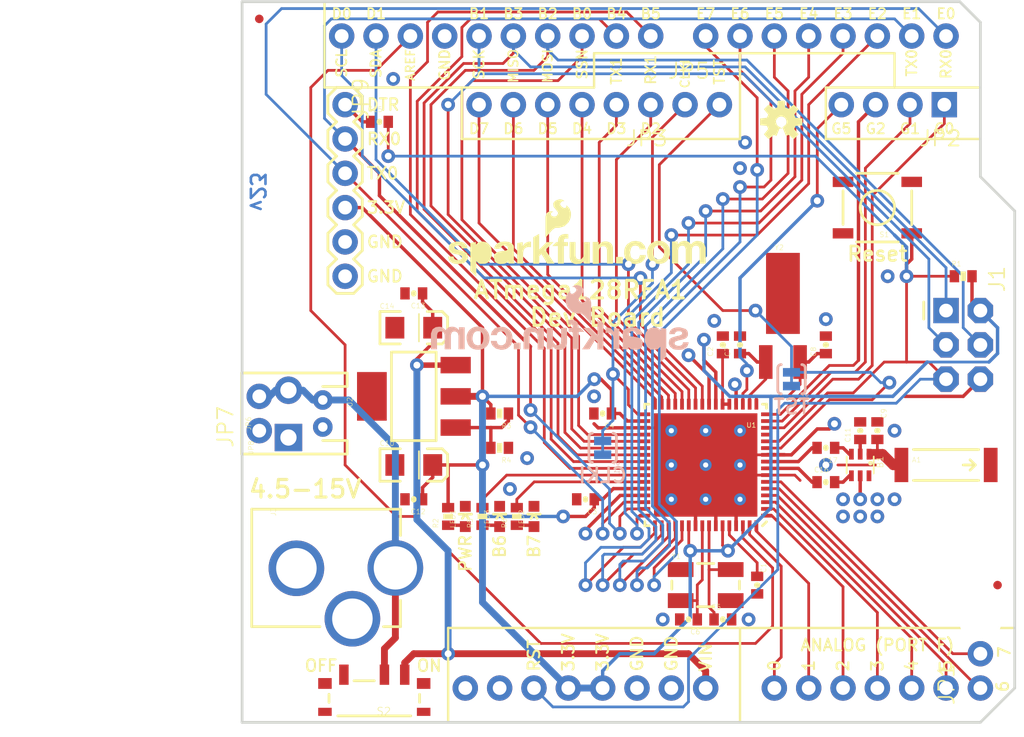
<source format=kicad_pcb>
(kicad_pcb (version 20211014) (generator pcbnew)
  (layers (0 "F.Cu" signal) (31 "B.Cu" signal) (34 "B.Paste" user) (35 "F.Paste" user) (36 "B.SilkS" user "B.Silkscreen") (37 "F.SilkS" user "F.Silkscreen") (38 "B.Mask" user) (39 "F.Mask" user) (44 "Edge.Cuts" user))
  (net 0 "")
  (net 1 "GND")
  (net 2 "N$3")
  (net 3 "N$4")
  (net 4 "DVDD")
  (net 5 "AVDD")
  (net 6 "N$5")
  (net 7 "N$6")
  (net 8 "RFN")
  (net 9 "RFP")
  (net 10 "RFANT")
  (net 11 "RESET")
  (net 12 "RSTON")
  (net 13 "TST")
  (net 14 "CLKI")
  (net 15 "AREF")
  (net 16 "A0")
  (net 17 "A1")
  (net 18 "A2")
  (net 19 "A3")
  (net 20 "A4")
  (net 21 "A5")
  (net 22 "A6")
  (net 23 "A7")
  (net 24 "PG5")
  (net 25 "PG2")
  (net 26 "PG1")
  (net 27 "PG0")
  (net 28 "PE7")
  (net 29 "PE6")
  (net 30 "PE5")
  (net 31 "PE4")
  (net 32 "PE3")
  (net 33 "PE2")
  (net 34 "TX0")
  (net 35 "RX0")
  (net 36 "PD7")
  (net 37 "PD6")
  (net 38 "PD5")
  (net 39 "PD4")
  (net 40 "TX1")
  (net 41 "RX1")
  (net 42 "SDA")
  (net 43 "SCL")
  (net 44 "PB7")
  (net 45 "PB6")
  (net 46 "PB5")
  (net 47 "PB4")
  (net 48 "MISO")
  (net 49 "MOSI")
  (net 50 "SCK")
  (net 51 "SSN")
  (net 52 "3.3V")
  (net 53 "VCC")
  (net 54 "DTR")
  (net 55 "N$2")
  (net 56 "N$7")
  (net 57 "FB")
  (net 58 "N$10")
  (net 59 "N$11")
  (net 60 "N$8")
  (net 61 "N$13")
  (net 62 "N$9")
  (footprint "boardEagle:1X02_NO_SILK" (layer "F.Cu") (at 152.6921 85.9536)
    (fp_text reference "JP5")
    (fp_text value "")
  )
  (footprint "boardEagle:FTDI_BASIC" (layer "F.Cu") (at 127.5461 85.9536 -90)
    (fp_text reference "JP9")
    (fp_text value "FTDI")
  )
  (footprint "boardEagle:0402-CAP" (layer "F.Cu") (at 145.3261 115.1636 180)
    (fp_text reference "C3")
    (fp_text value "1uF")
  )
  (footprint "boardEagle:1X02_NO_SILK" (layer "F.Cu") (at 174.5361 129.1336 90)
    (fp_text reference "JP1")
    (fp_text value "")
  )
  (footprint "boardEagle:0402-CAP" (layer "F.Cu") (at 155.4861 124.0536)
    (fp_text reference "C5")
    (fp_text value "12pF")
  )
  (footprint "boardEagle:0402-RES" (layer "F.Cu") (at 140.2461 116.4336 90)
    (fp_text reference "R6")
    (fp_text value "330")
  )
  (footprint "boardEagle:CRYSTAL-32KHZ-SMD" (layer "F.Cu") (at 159.9311 105.0036)
    (fp_text reference "Y2")
    (fp_text value "32.768kHz")
  )
  (footprint "boardEagle:2X3-NS" (layer "F.Cu") (at 173.2661 103.7336 -90)
    (fp_text reference "J1")
    (fp_text value "ISP")
  )
  (footprint "boardEagle:1X02_NO_SILK" (layer "F.Cu") (at 121.1961 110.0836 90)
    (fp_text reference "JP7")
    (fp_text value "")
  )
  (footprint "boardEagle:SOT223" (layer "F.Cu") (at 132.6261 107.5436 90)
    (fp_text reference "U2")
    (fp_text value "LM1117")
  )
  (footprint "boardEagle:0402-CAP" (layer "F.Cu") (at 163.1061 103.7336 90)
    (fp_text reference "C8")
    (fp_text value "12pF")
  )
  (footprint "boardEagle:ANTENNA-CHIP5" (layer "F.Cu") (at 171.9961 112.6236)
    (fp_text reference "A1")
    (fp_text value "ANTENNA2SMD5")
  )
  (footprint "boardEagle:0402-CAP" (layer "F.Cu") (at 163.1061 113.8936)
    (fp_text reference "C16")
    (fp_text value "JUMP")
  )
  (footprint "boardEagle:JST-2-PTH" (layer "F.Cu") (at 125.8951 108.8136 90)
    (fp_text reference "JP6")
    (fp_text value "")
  )
  (footprint "boardEagle:SFE-NEW-WEBLOGO" (layer "F.Cu") (at 135.1661 98.6536)
    (fp_text reference "JP10" hide)
    (fp_text value "LOGO-SFENEW" hide)
  )
  (footprint "boardEagle:0402-CAP" (layer "F.Cu") (at 132.6261 99.9236 180)
    (fp_text reference "C13")
    (fp_text value "0.1uF")
  )
  (footprint "boardEagle:POWER_JACK_PTH_LOCK" (layer "F.Cu") (at 117.3861 120.2436 -90)
    (fp_text reference "J3")
    (fp_text value "POWER_JACKPTH_LOCK")
  )
  (footprint "boardEagle:0402-CAP" (layer "F.Cu") (at 163.1061 111.3536 180)
    (fp_text reference "C17")
    (fp_text value "JUMP")
  )
  (footprint "boardEagle:0402-RES" (layer "F.Cu") (at 137.7061 116.4336 90)
    (fp_text reference "R5")
    (fp_text value "330")
  )
  (footprint "boardEagle:CRYSTAL-SMD-5X3" (layer "F.Cu") (at 154.2161 121.5136)
    (fp_text reference "Y1")
    (fp_text value "16MHz")
  )
  (footprint "boardEagle:EIA3216" (layer "F.Cu") (at 132.6261 102.4636)
    (fp_text reference "C14")
    (fp_text value "10uF")
  )
  (footprint "boardEagle:1X04_NO_SILK" (layer "F.Cu") (at 171.8691 85.9536 180)
    (fp_text reference "JP2")
    (fp_text value "")
  )
  (footprint "boardEagle:0402-CAP" (layer "F.Cu") (at 156.7561 103.7336 90)
    (fp_text reference "C7")
    (fp_text value "12pF")
  )
  (footprint "boardEagle:QFN-64" (layer "F.Cu") (at 154.2161 112.6236 180)
    (fp_text reference "U1")
    (fp_text value "ATMEGA128RFA1")
  )
  (footprint "boardEagle:0402-CAP" (layer "F.Cu") (at 166.9161 110.0836 -90)
    (fp_text reference "C9")
    (fp_text value "0.75pF")
  )
  (footprint "boardEagle:0402-CAP" (layer "F.Cu") (at 165.6461 110.0836 90)
    (fp_text reference "C11")
    (fp_text value "22pF")
  )
  (footprint "boardEagle:0402-CAP" (layer "F.Cu") (at 158.0261 121.5136 -90)
    (fp_text reference "C1")
    (fp_text value "1uF")
  )
  (footprint "boardEagle:0402-CAP" (layer "F.Cu") (at 155.4861 103.7336 90)
    (fp_text reference "C2")
    (fp_text value "1uF")
  )
  (footprint "boardEagle:LED-0603" (layer "F.Cu") (at 138.9761 116.4336)
    (fp_text reference "LED3")
    (fp_text value "GREEN")
  )
  (footprint "boardEagle:0402-CAP" (layer "F.Cu") (at 130.0861 87.2236)
    (fp_text reference "C15")
    (fp_text value "0.1uF")
  )
  (footprint "boardEagle:0402-CAP" (layer "F.Cu") (at 152.9461 124.0536 180)
    (fp_text reference "C6")
    (fp_text value "12pF")
  )
  (footprint "boardEagle:LED-0603" (layer "F.Cu") (at 136.4361 116.4336)
    (fp_text reference "LED1")
    (fp_text value "RED")
  )
  (footprint "boardEagle:0402-CAP" (layer "F.Cu") (at 132.6261 115.1636 180)
    (fp_text reference "C12")
    (fp_text value "1uF")
  )
  (footprint "boardEagle:LED-0603" (layer "F.Cu") (at 141.5161 116.4336)
    (fp_text reference "LED2")
    (fp_text value "GREEN")
  )
  (footprint "boardEagle:ARDUINO_UNO_R3" (layer "F.Cu") (at 108.4961 131.6736)
    (fp_text reference "J2" hide)
    (fp_text value "ARDUINO_UNO_R3" hide)
  )
  (footprint "boardEagle:EIA3216" (layer "F.Cu") (at 132.6261 112.6236)
    (fp_text reference "C10")
    (fp_text value "10uF")
  )
  (footprint "boardEagle:0402-RES" (layer "F.Cu") (at 138.9761 111.3536 180)
    (fp_text reference "R4")
    (fp_text value "390")
  )
  (footprint "boardEagle:MICRO-FIDUCIAL" (layer "F.Cu") (at 121.1961 79.6036)
    (fp_text reference "FID1" hide)
    (fp_text value "FIDUCIALUFIDUCIAL" hide)
  )
  (footprint "boardEagle:1X06_NS" (layer "F.Cu") (at 150.1521 85.9536 180)
    (fp_text reference "JP3")
    (fp_text value "")
  )
  (footprint "boardEagle:MICRO-FIDUCIAL" (layer "F.Cu") (at 175.8061 121.5136)
    (fp_text reference "FID2" hide)
    (fp_text value "FIDUCIALUFIDUCIAL" hide)
  )
  (footprint "boardEagle:SCREWTERMINAL-3.5MM-2-NS" (layer "F.Cu") (at 123.3551 110.5916 90)
    (fp_text reference "JP8")
    (fp_text value "")
  )
  (footprint "boardEagle:0402-RES" (layer "F.Cu") (at 138.9761 108.8136 180)
    (fp_text reference "R3")
    (fp_text value "240")
  )
  (footprint "boardEagle:OSHW-LOGO-S" (layer "F.Cu") (at 159.8041 87.2236)
    (fp_text reference "U$1" hide)
    (fp_text value "OSHW-LOGOS" hide)
  )
  (footprint "boardEagle:0402-RES" (layer "F.Cu") (at 173.2661 98.6536)
    (fp_text reference "R1")
    (fp_text value "10k")
  )
  (footprint "boardEagle:BALUN" (layer "F.Cu") (at 165.6461 112.6236 180)
    (fp_text reference "B1")
    (fp_text value "748421245")
  )
  (footprint "boardEagle:TACTILE_SWITCH_SMD" (layer "F.Cu") (at 166.9161 93.5736 180)
    (fp_text reference "S1")
    (fp_text value "")
  )
  (footprint "boardEagle:0402-RES" (layer "F.Cu") (at 135.1661 116.4336 90)
    (fp_text reference "R2")
    (fp_text value "1k")
  )
  (footprint "boardEagle:SWITCH-SPST-SMD-A" (layer "F.Cu") (at 129.7051 129.8956 180)
    (fp_text reference "S2")
    (fp_text value "")
  )
  (footprint "boardEagle:0402-CAP" (layer "F.Cu") (at 146.5961 108.8136 180)
    (fp_text reference "C4")
    (fp_text value "1uF")
  )
  (footprint "boardEagle:SFE-NEW-WEBLOGO" (layer "B.Cu") (at 152.9461 105.0036 180)
    (fp_text reference "JP4" hide)
    (fp_text value "LOGO-SFENEW" hide)
  )
  (footprint "boardEagle:SJ_2S-TRACE" (layer "B.Cu") (at 146.5961 111.3536 90)
    (fp_text reference "SJ1")
    (fp_text value "")
  )
  (footprint "boardEagle:SJ_2S-TRACE" (layer "B.Cu") (at 160.5661 106.2736 90)
    (fp_text reference "SJ2")
    (fp_text value "")
  )
  (gr_line (start 168.1861 84.6836) (end 163.1061 84.6836) (layer "F.SilkS") (width 0.1778))
  (gr_line (start 156.7561 124.6886) (end 177.0761 124.6886) (layer "F.SilkS") (width 0.1778))
  (gr_line (start 156.7561 88.4936) (end 156.7561 82.1436) (layer "F.SilkS") (width 0.1778))
  (gr_line (start 136.1821 88.4936) (end 156.7561 88.4936) (layer "F.SilkS") (width 0.1778))
  (gr_line (start 156.7561 131.6736) (end 156.7561 124.6886) (layer "F.SilkS") (width 0.1778))
  (gr_line (start 163.1061 84.6836) (end 163.1061 88.4936) (layer "F.SilkS") (width 0.1778))
  (gr_line (start 145.9611 84.6836) (end 145.9611 82.1436) (layer "F.SilkS") (width 0.1778))
  (gr_line (start 177.0761 124.6886) (end 177.0761 124.0536) (layer "F.SilkS") (width 0.1778))
  (gr_line (start 170.3451 100.5586) (end 170.3451 101.8286) (layer "F.SilkS") (width 0.2032))
  (gr_line (start 156.7561 82.1436) (end 168.1861 82.1436) (layer "F.SilkS") (width 0.1778))
  (gr_line (start 126.0221 84.6836) (end 136.1821 84.6836) (layer "F.SilkS") (width 0.1778))
  (gr_line (start 126.0221 84.6836) (end 126.0221 78.3336) (layer "F.SilkS") (width 0.1778))
  (gr_line (start 136.1821 84.6836) (end 136.1821 88.4936) (layer "F.SilkS") (width 0.1778))
  (gr_line (start 145.9611 82.1436) (end 156.7561 82.1436) (layer "F.SilkS") (width 0.1778))
  (gr_line (start 168.1861 82.1436) (end 168.1861 84.6836) (layer "F.SilkS") (width 0.1778))
  (gr_line (start 136.1821 84.6836) (end 145.9611 84.6836) (layer "F.SilkS") (width 0.1778))
  (gr_line (start 135.1661 124.6886) (end 156.7561 124.6886) (layer "F.SilkS") (width 0.1778))
  (gr_line (start 135.1661 131.6736) (end 135.1661 124.6886) (layer "F.SilkS") (width 0.1778))
  (gr_line (start 168.1861 84.6836) (end 174.5361 84.6836) (layer "F.SilkS") (width 0.1778))
  (gr_line (start 163.1061 88.4936) (end 174.5361 88.4936) (layer "F.SilkS") (width 0.1778))
  (gr_line (start 174.5361 131.6736) (end 177.0761 129.1336) (layer "Edge.Cuts") (width 0.2032))
  (gr_line (start 174.5361 79.8576) (end 173.0121 78.3336) (layer "Edge.Cuts") (width 0.2032))
  (gr_line (start 174.5361 91.2876) (end 174.5361 79.8576) (layer "Edge.Cuts") (width 0.2032))
  (gr_line (start 177.0761 93.8276) (end 174.5361 91.2876) (layer "Edge.Cuts") (width 0.2032))
  (gr_line (start 174.5361 131.6736) (end 119.9261 131.6736) (layer "Edge.Cuts") (width 0.2032))
  (gr_line (start 177.0761 129.1336) (end 177.0761 93.8276) (layer "Edge.Cuts") (width 0.2032))
  (gr_line (start 173.0121 78.3336) (end 119.9261 78.3336) (layer "Edge.Cuts") (width 0.2032))
  (gr_line (start 119.9261 78.3336) (end 119.9261 131.6736) (layer "Edge.Cuts") (width 0.2032))
  (gr_text "v23" (at 120.4341 93.9546 -90) (layer "B.Cu") (effects (font (size 1.0795 1.0795) (thickness 0.1905)) (justify left bottom mirror)))
  (gr_text "TST" (at 160.5661 108.3056) (layer "B.SilkS") (effects (font (size 1.0795 1.0795) (thickness 0.1905)) (justify mirror)))
  (gr_text "CLKI" (at 146.5961 113.3856) (layer "B.SilkS") (effects (font (size 1.0795 1.0795) (thickness 0.1905)) (justify mirror)))
  (gr_text "GND" (at 149.1361 127.9906 90) (layer "F.SilkS") (effects (font (size 0.8636 0.8636) (thickness 0.1524)) (justify left)))
  (gr_text "SCK" (at 137.4521 81.7626 90) (layer "F.SilkS") (effects (font (size 0.75565 0.75565) (thickness 0.13335)) (justify right)))
  (gr_text "D4" (at 145.0721 87.7316) (layer "F.SilkS") (effects (font (size 0.75565 0.75565) (thickness 0.13335))))
  (gr_text "RX0" (at 129.0701 88.4936) (layer "F.SilkS") (effects (font (size 0.8636 0.8636) (thickness 0.1524)) (justify left)))
  (gr_text "E6" (at 156.7561 79.2226) (layer "F.SilkS") (effects (font (size 0.75565 0.75565) (thickness 0.13335))))
  (gr_text "TST" (at 155.2321 84.5566 90) (layer "F.SilkS") (effects (font (size 0.75565 0.75565) (thickness 0.13335)) (justify left)))
  (gr_text "B2" (at 142.5321 79.2226) (layer "F.SilkS") (effects (font (size 0.75565 0.75565) (thickness 0.13335))))
  (gr_text "6" (at 176.1871 129.0066 90) (layer "F.SilkS") (effects (font (size 0.8636 0.8636) (thickness 0.1524))))
  (gr_text "MOSI" (at 142.5321 81.7626 90) (layer "F.SilkS") (effects (font (size 0.69088 0.69088) (thickness 0.12192)) (justify right)))
  (gr_text "MISO" (at 139.9921 81.7626 90) (layer "F.SilkS") (effects (font (size 0.69088 0.69088) (thickness 0.12192)) (justify right)))
  (gr_text "B7" (at 141.5161 117.7036 90) (layer "F.SilkS") (effects (font (size 0.8636 0.8636) (thickness 0.1524)) (justify right)))
  (gr_text "0" (at 159.2961 127.9906 90) (layer "F.SilkS") (effects (font (size 0.8636 0.8636) (thickness 0.1524)) (justify left)))
  (gr_text "3" (at 166.9161 127.9906 90) (layer "F.SilkS") (effects (font (size 0.8636 0.8636) (thickness 0.1524)) (justify left)))
  (gr_text "2" (at 164.3761 127.9906 90) (layer "F.SilkS") (effects (font (size 0.8636 0.8636) (thickness 0.1524)) (justify left)))
  (gr_text "B6" (at 138.9761 117.7036 90) (layer "F.SilkS") (effects (font (size 0.8636 0.8636) (thickness 0.1524)) (justify right)))
  (gr_text "4" (at 169.4561 127.9906 90) (layer "F.SilkS") (effects (font (size 0.8636 0.8636) (thickness 0.1524)) (justify left)))
  (gr_text "E4" (at 161.8361 79.2226) (layer "F.SilkS") (effects (font (size 0.75565 0.75565) (thickness 0.13335))))
  (gr_text "GND" (at 129.0701 96.1136) (layer "F.SilkS") (effects (font (size 0.8636 0.8636) (thickness 0.1524)) (justify left)))
  (gr_text "TX0" (at 169.4561 81.7626 90) (layer "F.SilkS") (effects (font (size 0.75565 0.75565) (thickness 0.13335)) (justify right)))
  (gr_text "ANALOG (PORT F)" (at 166.9161 125.9586) (layer "F.SilkS") (effects (font (size 0.8636 0.8636) (thickness 0.1524))))
  (gr_text "RST" (at 141.5161 127.9906 90) (layer "F.SilkS") (effects (font (size 0.8636 0.8636) (thickness 0.1524)) (justify left)))
  (gr_text "E3" (at 164.3761 79.2226) (layer "F.SilkS") (effects (font (size 0.75565 0.75565) (thickness 0.13335))))
  (gr_text "7" (at 176.3141 126.4666 90) (layer "F.SilkS") (effects (font (size 0.8636 0.8636) (thickness 0.1524))))
  (gr_text "GND" (at 129.0701 98.6536) (layer "F.SilkS") (effects (font (size 0.8636 0.8636) (thickness 0.1524)) (justify left)))
  (gr_text "5" (at 171.9961 127.9906 90) (layer "F.SilkS") (effects (font (size 0.8636 0.8636) (thickness 0.1524)) (justify left)))
  (gr_text "E1" (at 169.4561 79.2226) (layer "F.SilkS") (effects (font (size 0.75565 0.75565) (thickness 0.13335))))
  (gr_text "B0" (at 145.0721 79.2226) (layer "F.SilkS") (effects (font (size 0.75565 0.75565) (thickness 0.13335))))
  (gr_text "B4" (at 147.6121 79.2226) (layer "F.SilkS") (effects (font (size 0.75565 0.75565) (thickness 0.13335))))
  (gr_text "3.3V" (at 146.5961 127.9906 90) (layer "F.SilkS") (effects (font (size 0.8636 0.8636) (thickness 0.1524)) (justify left)))
  (gr_text "ON" (at 133.7691 127.4826) (layer "F.SilkS") (effects (font (size 0.8636 0.8636) (thickness 0.1524))))
  (gr_text "SCL" (at 127.2921 81.7626 90) (layer "F.SilkS") (effects (font (size 0.75565 0.75565) (thickness 0.13335)) (justify right)))
  (gr_text "VIN" (at 154.2161 127.9906 90) (layer "F.SilkS") (effects (font (size 0.8636 0.8636) (thickness 0.1524)) (justify left)))
  (gr_text "D2" (at 150.1521 87.7316) (layer "F.SilkS") (effects (font (size 0.75565 0.75565) (thickness 0.13335))))
  (gr_text "E7" (at 154.2161 79.2226) (layer "F.SilkS") (effects (font (size 0.75565 0.75565) (thickness 0.13335))))
  (gr_text "SSN" (at 145.0721 81.7626 90) (layer "F.SilkS") (effects (font (size 0.75565 0.75565) (thickness 0.13335)) (justify right)))
  (gr_text "AREF" (at 132.3721 81.7626 90) (layer "F.SilkS") (effects (font (size 0.6477 0.6477) (thickness 0.1143)) (justify right)))
  (gr_text "DTR" (at 129.0701 85.9536) (layer "F.SilkS") (effects (font (size 0.8636 0.8636) (thickness 0.1524)) (justify left)))
  (gr_text "RX0" (at 171.9961 81.7626 90) (layer "F.SilkS") (effects (font (size 0.75565 0.75565) (thickness 0.13335)) (justify right)))
  (gr_text "OFF" (at 125.7681 127.4826) (layer "F.SilkS") (effects (font (size 0.8636 0.8636) (thickness 0.1524))))
  (gr_text "RX1" (at 150.1521 84.5566 90) (layer "F.SilkS") (effects (font (size 0.75565 0.75565) (thickness 0.13335)) (justify left)))
  (gr_text "GND" (at 134.9121 81.7626 90) (layer "F.SilkS") (effects (font (size 0.75565 0.75565) (thickness 0.13335)) (justify right)))
  (gr_text "Reset" (at 166.9161 97.0026) (layer "F.SilkS") (effects (font (size 1.0795 1.0795) (thickness 0.1905))))
  (gr_text "TX1" (at 147.6121 84.5566 90) (layer "F.SilkS") (effects (font (size 0.75565 0.75565) (thickness 0.13335)) (justify left)))
  (gr_text "D1" (at 129.8321 79.2226) (layer "F.SilkS") (effects (font (size 0.75565 0.75565) (thickness 0.13335))))
  (gr_text "E2" (at 166.9161 79.2226) (layer "F.SilkS") (effects (font (size 0.75565 0.75565) (thickness 0.13335))))
  (gr_text "B5" (at 150.1521 79.2226) (layer "F.SilkS") (effects (font (size 0.75565 0.75565) (thickness 0.13335))))
  (gr_text "G1" (at 169.3291 87.7316) (layer "F.SilkS") (effects (font (size 0.75565 0.75565) (thickness 0.13335))))
  (gr_text "D6" (at 139.9921 87.7316) (layer "F.SilkS") (effects (font (size 0.75565 0.75565) (thickness 0.13335))))
  (gr_text "G5" (at 164.2491 87.7316) (layer "F.SilkS") (effects (font (size 0.75565 0.75565) (thickness 0.13335))))
  (gr_text "3.3V" (at 129.0701 93.5736) (layer "F.SilkS") (effects (font (size 0.8636 0.8636) (thickness 0.1524)) (justify left)))
  (gr_text "B1" (at 137.4521 79.2226) (layer "F.SilkS") (effects (font (size 0.75565 0.75565) (thickness 0.13335))))
  (gr_text "TX0" (at 129.0701 91.0336) (layer "F.SilkS") (effects (font (size 0.8636 0.8636) (thickness 0.1524)) (justify left)))
  (gr_text "D5" (at 142.5321 87.7316) (layer "F.SilkS") (effects (font (size 0.75565 0.75565) (thickness 0.13335))))
  (gr_text "SDA" (at 129.8321 81.7626 90) (layer "F.SilkS") (effects (font (size 0.75565 0.75565) (thickness 0.13335)) (justify right)))
  (gr_text "G0" (at 171.8691 87.7316) (layer "F.SilkS") (effects (font (size 0.75565 0.75565) (thickness 0.13335))))
  (gr_text "ATmega128RFA1" (at 144.9451 99.6696) (layer "F.SilkS") (effects (font (size 1.2954 1.2954) (thickness 0.2286))))
  (gr_text "GND" (at 151.6761 127.9906 90) (layer "F.SilkS") (effects (font (size 0.8636 0.8636) (thickness 0.1524)) (justify left)))
  (gr_text "D3" (at 147.6121 87.7316) (layer "F.SilkS") (effects (font (size 0.75565 0.75565) (thickness 0.13335))))
  (gr_text "PWR" (at 136.4361 117.7036 90) (layer "F.SilkS") (effects (font (size 0.8636 0.8636) (thickness 0.1524)) (justify right)))
  (gr_text "3.3V" (at 144.0561 127.9906 90) (layer "F.SilkS") (effects (font (size 0.8636 0.8636) (thickness 0.1524)) (justify left)))
  (gr_text "CLKI" (at 152.6921 84.8106 90) (layer "F.SilkS") (effects (font (size 0.6477 0.6477) (thickness 0.1143)) (justify left)))
  (gr_text "E0" (at 171.9961 79.2226) (layer "F.SilkS") (effects (font (size 0.75565 0.75565) (thickness 0.13335))))
  (gr_text "1" (at 161.8361 127.9906 90) (layer "F.SilkS") (effects (font (size 0.8636 0.8636) (thickness 0.1524)) (justify left)))
  (gr_text "G2" (at 166.7891 87.7316) (layer "F.SilkS") (effects (font (size 0.75565 0.75565) (thickness 0.13335))))
  (gr_text "B3" (at 139.9921 79.2226) (layer "F.SilkS") (effects (font (size 0.75565 0.75565) (thickness 0.13335))))
  (gr_text "E5" (at 159.2961 79.2226) (layer "F.SilkS") (effects (font (size 0.75565 0.75565) (thickness 0.13335))))
  (gr_text "4.5-15V" (at 120.3071 115.1636) (layer "F.SilkS") (effects (font (size 1.2954 1.2954) (thickness 0.2286)) (justify left bottom)))
  (gr_text "D0" (at 127.2921 79.2226) (layer "F.SilkS") (effects (font (size 0.75565 0.75565) (thickness 0.13335))))
  (gr_text "D7" (at 137.4521 87.7316) (layer "F.SilkS") (effects (font (size 0.75565 0.75565) (thickness 0.13335))))
  (gr_text "Dev Board" (at 146.2151 101.7016) (layer "F.SilkS") (effects (font (size 1.2954 1.2954) (thickness 0.2286))))
  (segment (start 156.4661 116.2156) (end 156.4661 115.4536) (width 0.2032) (layer "F.Cu") (net 1))
  (segment (start 156.4661 106.7456) (end 156.3751 106.6546) (width 0.254) (layer "F.Cu") (net 1))
  (segment (start 160.5541 111.8736) (end 162.4711 109.9566) (width 0.254) (layer "F.Cu") (net 1))
  (segment (start 154.2161 110.0836) (end 156.7561 110.0836) (width 0.2032) (layer "F.Cu") (net 1))
  (segment (start 158.7161 111.8736) (end 159.2961 111.8736) (width 0.254) (layer "F.Cu") (net 1))
  (segment (start 156.4661 117.1236) (end 156.4661 116.2156) (width 0.254) (layer "F.Cu") (net 1))
  (segment (start 151.4661 109.8736) (end 151.6761 110.0836) (width 0.2032) (layer "F.Cu") (net 1))
  (segment (start 166.7891 112.6236) (end 163.9951 112.6236) (width 0.2032) (layer "F.Cu") (net 1))
  (segment (start 156.4661 115.4536) (end 156.7561 115.1636) (width 0.2032) (layer "F.Cu") (net 1))
  (segment (start 156.2481 115.6716) (end 156.7561 115.1636) (width 0.2032) (layer "F.Cu") (net 1))
  (segment (start 154.4661 108.1236) (end 154.4661 106.0156) (width 0.254) (layer "F.Cu") (net 1))
  (segment (start 158.7161 113.3736) (end 157.5061 113.3736) (width 0.2032) (layer "F.Cu") (net 1))
  (segment (start 151.6761 115.1636) (end 154.2161 115.1636) (width 0.254) (layer "F.Cu") (net 1))
  (segment (start 149.7161 109.8736) (end 151.4661 109.8736) (width 0.2032) (layer "F.Cu") (net 1))
  (segment (start 163.3601 109.9566) (end 163.7411 109.5756) (width 0.254) (layer "F.Cu") (net 1))
  (segment (start 159.2961 111.8736) (end 160.5541 111.8736) (width 0.254) (layer "F.Cu") (net 1))
  (segment (start 153.4661 117.1236) (end 153.4661 116.1916) (width 0.254) (layer "F.Cu") (net 1))
  (segment (start 162.4711 109.9566) (end 163.3601 109.9566) (width 0.254) (layer "F.Cu") (net 1))
  (segment (start 165.6461 113.4236) (end 165.6461 115.1636) (width 0.254) (layer "F.Cu") (net 1))
  (segment (start 157.5061 111.8736) (end 156.7561 112.6236) (width 0.254) (layer "F.Cu") (net 1))
  (segment (start 149.7161 109.8736) (end 146.2591 109.8736) (width 0.254) (layer "F.Cu") (net 1))
  (segment (start 147.9021 114.8736) (end 145.5801 117.1956) (width 0.254) (layer "F.Cu") (net 1))
  (segment (start 156.4661 108.1236) (end 156.4661 106.7456) (width 0.254) (layer "F.Cu") (net 1))
  (segment (start 158.7881 111.8616) (end 159.1691 111.8616) (width 0.254) (layer "F.Cu") (net 1))
  (segment (start 174.5361 106.2736) (end 173.2661 107.5436) (width 0.254) (layer "F.Cu") (net 1))
  (segment (start 152.9461 104.4956) (end 154.4661 106.0156) (width 0.254) (layer "F.Cu") (net 1))
  (segment (start 173.2661 107.5436) (end 168.9481 107.5436) (width 0.254) (layer "F.Cu") (net 1))
  (segment (start 146.2591 109.8736) (end 145.9611 109.5756) (width 0.254) (layer "F.Cu") (net 1))
  (segment (start 158.7161 111.8736) (end 157.5061 111.8736) (width 0.2032) (layer "F.Cu") (net 1))
  (segment (start 157.5061 113.3736) (end 156.7561 112.6236) (width 0.2032) (layer "F.Cu") (net 1))
  (segment (start 154.9661 116.1916) (end 154.9661 115.9136) (width 0.2032) (layer "F.Cu") (net 1))
  (segment (start 154.9661 117.1236) (end 154.9661 116.1916) (width 0.254) (layer "F.Cu") (net 1))
  (segment (start 159.1691 111.8616) (end 159.2841 111.8616) (width 0.254) (layer "F.Cu") (net 1))
  (segment (start 155.8911 112.6236) (end 156.7561 112.6236) (width 0.2032) (layer "F.Cu") (net 1))
  (segment (start 156.2481 116.1796) (end 156.2481 115.6716) (width 0.2032) (layer "F.Cu") (net 1))
  (segment (start 154.2161 115.4416) (end 154.2161 115.1636) (width 0.254) (layer "F.Cu") (net 1))
  (segment (start 159.1811 111.8736) (end 159.1691 111.8616) (width 0.254) (layer "F.Cu") (net 1))
  (segment (start 154.9661 115.9136) (end 154.2161 115.1636) (width 0.2032) (layer "F.Cu") (net 1))
  (segment (start 158.7161 113.3736) (end 160.8081 113.3736) (width 0.2032) (layer "F.Cu") (net 1))
  (segment (start 151.6761 110.0836) (end 154.2161 110.0836) (width 0.2032) (layer "F.Cu") (net 1))
  (segment (start 160.8081 113.3736) (end 161.2011 113.7666) (width 0.2032) (layer "F.Cu") (net 1))
  (segment (start 159.2841 111.8616) (end 160.0581 111.8616) (width 0.254) (layer "F.Cu") (net 1))
  (segment (start 159.2841 111.8616) (end 159.2961 111.8736) (width 0.254) (layer "F.Cu") (net 1))
  (segment (start 153.4661 116.1916) (end 154.2161 115.4416) (width 0.254) (layer "F.Cu") (net 1))
  (segment (start 149.7161 114.8736) (end 147.9021 114.8736) (width 0.254) (layer "F.Cu") (net 1))
  (via (at 156.3751 106.6546) (size 1.016) (drill 0.508) (layers "F.Cu" "B.Cu") (net 1))
  (via (at 154.2161 112.6236) (size 0.889) (drill 0.381) (layers "F.Cu" "B.Cu") (net 1))
  (via (at 145.9611 107.5436) (size 1.016) (drill 0.508) (layers "F.Cu" "B.Cu") (net 1))
  (via (at 166.9161 116.4336) (size 1.016) (drill 0.508) (layers "F.Cu" "B.Cu") (net 1))
  (via (at 156.7561 110.0836) (size 0.889) (drill 0.381) (layers "F.Cu" "B.Cu") (net 1))
  (via (at 151.6761 115.1636) (size 0.889) (drill 0.381) (layers "F.Cu" "B.Cu") (net 1))
  (via (at 156.7561 112.6236) (size 0.889) (drill 0.381) (layers "F.Cu" "B.Cu") (net 1))
  (via (at 154.8511 101.9556) (size 1.016) (drill 0.508) (layers "F.Cu" "B.Cu") (net 1))
  (via (at 131.1021 84.0486) (size 1.016) (drill 0.508) (layers "F.Cu" "B.Cu") (net 1))
  (via (at 157.3911 124.0536) (size 1.016) (drill 0.508) (layers "F.Cu" "B.Cu") (net 1))
  (via (at 154.2161 110.0836) (size 0.889) (drill 0.381) (layers "F.Cu" "B.Cu") (net 1))
  (via (at 151.6761 110.0836) (size 0.889) (drill 0.381) (layers "F.Cu" "B.Cu") (net 1))
  (via (at 139.7381 114.4016) (size 1.016) (drill 0.508) (layers "F.Cu" "B.Cu") (net 1))
  (via (at 154.2161 115.1636) (size 0.889) (drill 0.381) (layers "F.Cu" "B.Cu") (net 1))
  (via (at 163.7411 109.5756) (size 1.016) (drill 0.508) (layers "F.Cu" "B.Cu") (net 1))
  (via (at 152.9461 104.4956) (size 1.016) (drill 0.508) (layers "F.Cu" "B.Cu") (net 1))
  (via (at 168.1861 115.1636) (size 1.016) (drill 0.508) (layers "F.Cu" "B.Cu") (net 1))
  (via (at 164.3761 115.1636) (size 1.016) (drill 0.508) (layers "F.Cu" "B.Cu") (net 1))
  (via (at 145.3261 117.7036) (size 1.016) (drill 0.508) (layers "F.Cu" "B.Cu") (net 1))
  (via (at 156.7561 90.6526) (size 1.016) (drill 0.508) (layers "F.Cu" "B.Cu") (net 1))
  (via (at 166.9161 115.1636) (size 1.016) (drill 0.508) (layers "F.Cu" "B.Cu") (net 1))
  (via (at 141.0081 112.1156) (size 1.016) (drill 0.508) (layers "F.Cu" "B.Cu") (net 1))
  (via (at 168.1861 110.0836) (size 1.016) (drill 0.508) (layers "F.Cu" "B.Cu") (net 1))
  (via (at 167.6781 98.6536) (size 1.016) (drill 0.508) (layers "F.Cu" "B.Cu") (net 1))
  (via (at 163.1061 112.6236) (size 1.016) (drill 0.508) (layers "F.Cu" "B.Cu") (net 1))
  (via (at 151.0411 124.0536) (size 1.016) (drill 0.508) (layers "F.Cu" "B.Cu") (net 1))
  (via (at 157.1371 88.7476) (size 1.016) (drill 0.508) (layers "F.Cu" "B.Cu") (net 1))
  (via (at 165.6461 115.1636) (size 1.016) (drill 0.508) (layers "F.Cu" "B.Cu") (net 1))
  (via (at 163.1061 101.8286) (size 1.016) (drill 0.508) (layers "F.Cu" "B.Cu") (net 1))
  (via (at 164.3761 116.4336) (size 1.016) (drill 0.508) (layers "F.Cu" "B.Cu") (net 1))
  (via (at 151.6761 112.6236) (size 0.889) (drill 0.381) (layers "F.Cu" "B.Cu") (net 1))
  (via (at 165.6461 116.4336) (size 1.016) (drill 0.508) (layers "F.Cu" "B.Cu") (net 1))
  (via (at 156.7561 115.1636) (size 0.889) (drill 0.381) (layers "F.Cu" "B.Cu") (net 1))
  (segment (start 154.4661 123.1606) (end 154.8361 123.5306) (width 0.2032) (layer "F.Cu") (net 2))
  (segment (start 154.4661 117.1236) (end 154.4661 120.3706) (width 0.2032) (layer "F.Cu") (net 2))
  (segment (start 155.7361 120.3706) (end 154.4661 120.3706) (width 0.2032) (layer "F.Cu") (net 2))
  (segment (start 154.8361 124.0536) (end 154.8361 123.5306) (width 0.2032) (layer "F.Cu") (net 2))
  (segment (start 156.0661 120.3636) (end 155.7431 120.3636) (width 0.254) (layer "F.Cu") (net 2))
  (segment (start 155.7431 120.3636) (end 155.7361 120.3706) (width 0.254) (layer "F.Cu") (net 2))
  (segment (start 154.4661 120.3706) (end 154.4661 123.1606) (width 0.2032) (layer "F.Cu") (net 2))
  (segment (start 153.9661 117.1236) (end 153.9661 121.1286) (width 0.2032) (layer "F.Cu") (net 3))
  (segment (start 152.3661 122.6636) (end 153.5891 122.6636) (width 0.2032) (layer "F.Cu") (net 3))
  (segment (start 153.9661 121.1286) (end 153.5961 121.4986) (width 0.2032) (layer "F.Cu") (net 3))
  (segment (start 153.5891 122.6636) (end 153.5961 122.6566) (width 0.2032) (layer "F.Cu") (net 3))
  (segment (start 153.5961 122.6566) (end 153.5961 121.4986) (width 0.2032) (layer "F.Cu") (net 3))
  (segment (start 153.5961 124.0536) (end 153.5961 122.6566) (width 0.2032) (layer "F.Cu") (net 3))
  (segment (start 155.4661 108.1236) (end 155.4661 104.5156) (width 0.2032) (layer "F.Cu") (net 4))
  (segment (start 155.4861 104.4956) (end 155.4861 104.3836) (width 0.254) (layer "F.Cu") (net 4))
  (segment (start 155.9661 108.1236) (end 155.4661 108.1236) (width 0.254) (layer "F.Cu") (net 4))
  (segment (start 155.4661 104.5156) (end 155.4861 104.4956) (width 0.254) (layer "F.Cu") (net 4))
  (segment (start 155.9661 117.8026) (end 155.9661 117.1236) (width 0.2032) (layer "F.Cu") (net 5))
  (segment (start 158.0261 120.8636) (end 158.0261 119.8626) (width 0.2032) (layer "F.Cu") (net 5))
  (segment (start 158.0261 119.8626) (end 155.9661 117.8026) (width 0.2032) (layer "F.Cu") (net 5))
  (segment (start 157.4661 108.1236) (end 157.4661 107.4686) (width 0.2032) (layer "F.Cu") (net 6))
  (segment (start 157.4661 107.4686) (end 158.6611 106.2736) (width 0.2032) (layer "F.Cu") (net 6))
  (segment (start 158.6611 105.0036) (end 158.6611 106.2736) (width 0.2032) (layer "F.Cu") (net 6))
  (segment (start 158.0261 105.0036) (end 158.6611 105.0036) (width 0.254) (layer "F.Cu") (net 6))
  (segment (start 156.7561 104.3836) (end 157.4061 104.3836) (width 0.254) (layer "F.Cu") (net 6))
  (segment (start 157.4061 104.3836) (end 158.0261 105.0036) (width 0.254) (layer "F.Cu") (net 6))
  (segment (start 163.1061 104.3836) (end 162.4561 104.3836) (width 0.254) (layer "F.Cu") (net 7))
  (segment (start 158.0261 107.5436) (end 160.3121 107.5436) (width 0.2032) (layer "F.Cu") (net 7))
  (segment (start 157.9661 107.6036) (end 158.0261 107.5436) (width 0.2032) (layer "F.Cu") (net 7))
  (segment (start 160.3121 107.5436) (end 161.2011 106.6546) (width 0.2032) (layer "F.Cu") (net 7))
  (segment (start 162.4561 104.3836) (end 161.8361 105.0036) (width 0.254) (layer "F.Cu") (net 7))
  (segment (start 161.2011 106.6546) (end 161.2011 105.0036) (width 0.2032) (layer "F.Cu") (net 7))
  (segment (start 161.8361 105.0036) (end 161.2011 105.0036) (width 0.254) (layer "F.Cu") (net 7))
  (segment (start 157.9661 108.1236) (end 157.9661 107.6036) (width 0.2032) (layer "F.Cu") (net 7))
  (segment (start 161.0701 112.3736) (end 162.0901 111.3536) (width 0.254) (layer "F.Cu") (net 8))
  (segment (start 162.4561 111.3536) (end 162.0901 111.3536) (width 0.254) (layer "F.Cu") (net 8))
  (segment (start 158.7161 112.3736) (end 161.0701 112.3736) (width 0.254) (layer "F.Cu") (net 8))
  (segment (start 161.0701 112.8736) (end 162.0901 113.8936) (width 0.254) (layer "F.Cu") (net 9))
  (segment (start 158.7161 112.8736) (end 161.0701 112.8736) (width 0.254) (layer "F.Cu") (net 9))
  (segment (start 162.4561 113.8936) (end 162.0901 113.8936) (width 0.254) (layer "F.Cu") (net 9))
  (segment (start 166.9161 110.7336) (end 166.9161 111.8236) (width 0.2032) (layer "F.Cu") (net 10))
  (segment (start 166.4971 111.8236) (end 166.9161 111.8236) (width 0.762) (layer "F.Cu") (net 10))
  (segment (start 168.0971 112.6236) (end 167.2971 111.8236) (width 0.762) (layer "F.Cu") (net 10))
  (segment (start 166.9161 111.8236) (end 167.2971 111.8236) (width 0.762) (layer "F.Cu") (net 10))
  (segment (start 168.6941 112.6236) (end 168.0971 112.6236) (width 0.762) (layer "F.Cu") (net 10))
  (segment (start 166.2961 111.8236) (end 166.4971 111.8236) (width 0.254) (layer "F.Cu") (net 10))
  (segment (start 165.1381 107.2896) (end 167.4241 105.0036) (width 0.2032) (layer "F.Cu") (net 11))
  (segment (start 159.6491 110.8736) (end 163.2331 107.2896) (width 0.2032) (layer "F.Cu") (net 11))
  (segment (start 169.0751 97.7646) (end 169.4561 97.3836) (width 0.254) (layer "F.Cu") (net 11))
  (segment (start 169.0751 98.6536) (end 169.0751 105.0036) (width 0.2032) (layer "F.Cu") (net 11))
  (segment (start 169.4561 97.3836) (end 169.4561 95.4786) (width 0.254) (layer "F.Cu") (net 11))
  (segment (start 163.2331 107.2896) (end 165.1381 107.2896) (width 0.2032) (layer "F.Cu") (net 11))
  (segment (start 130.7361 87.2236) (end 130.7361 89.7636) (width 0.2032) (layer "F.Cu") (net 11))
  (segment (start 171.9961 106.2736) (end 170.7261 105.0036) (width 0.2032) (layer "F.Cu") (net 11))
  (segment (start 158.7161 110.8736) (end 159.6491 110.8736) (width 0.2032) (layer "F.Cu") (net 11))
  (segment (start 167.4241 105.0036) (end 169.0751 105.0036) (width 0.2032) (layer "F.Cu") (net 11))
  (segment (start 169.0751 98.6536) (end 169.0751 97.7646) (width 0.254) (layer "F.Cu") (net 11))
  (segment (start 169.0751 105.0036) (end 170.7261 105.0036) (width 0.2032) (layer "F.Cu") (net 11))
  (segment (start 172.6161 98.6536) (end 169.0751 98.6536) (width 0.2032) (layer "F.Cu") (net 11))
  (via (at 169.0751 98.6536) (size 1.016) (drill 0.508) (layers "F.Cu" "B.Cu") (net 11))
  (via (at 130.7361 89.7636) (size 1.016) (drill 0.508) (layers "F.Cu" "B.Cu") (net 11))
  (segment (start 170.0911 106.2736) (end 171.9961 106.2736) (width 0.2032) (layer "B.Cu") (net 11))
  (segment (start 130.7361 89.7636) (end 162.3441 89.7636) (width 0.2032) (layer "B.Cu") (net 11))
  (segment (start 168.3131 108.0516) (end 170.0911 106.2736) (width 0.2032) (layer "B.Cu") (net 11))
  (segment (start 162.3441 89.7636) (end 168.1861 95.6056) (width 0.2032) (layer "B.Cu") (net 11))
  (segment (start 160.0581 108.0516) (end 168.3131 108.0516) (width 0.2032) (layer "B.Cu") (net 11))
  (segment (start 169.0751 96.4946) (end 169.0751 98.6536) (width 0.254) (layer "B.Cu") (net 11))
  (segment (start 142.9131 130.5306) (end 152.5651 130.5306) (width 0.2032) (layer "B.Cu") (net 11))
  (segment (start 152.5651 130.5306) (end 152.9461 130.1496) (width 0.2032) (layer "B.Cu") (net 11))
  (segment (start 152.9461 126.9746) (end 159.5501 120.3706) (width 0.2032) (layer "B.Cu") (net 11))
  (segment (start 168.1861 95.6056) (end 169.0751 96.4946) (width 0.254) (layer "B.Cu") (net 11))
  (segment (start 152.9461 130.1496) (end 152.9461 126.9746) (width 0.2032) (layer "B.Cu") (net 11))
  (segment (start 159.5501 120.3706) (end 159.5501 108.5596) (width 0.2032) (layer "B.Cu") (net 11))
  (segment (start 159.5501 108.5596) (end 160.0581 108.0516) (width 0.2032) (layer "B.Cu") (net 11))
  (segment (start 141.5161 129.1336) (end 142.9131 130.5306) (width 0.2032) (layer "B.Cu") (net 11))
  (segment (start 159.7841 111.3736) (end 163.3601 107.7976) (width 0.2032) (layer "F.Cu") (net 13))
  (segment (start 163.3601 107.7976) (end 166.5351 107.7976) (width 0.2032) (layer "F.Cu") (net 13))
  (segment (start 158.7161 111.3736) (end 159.7841 111.3736) (width 0.2032) (layer "F.Cu") (net 13))
  (segment (start 166.5351 107.7976) (end 167.8051 106.5276) (width 0.2032) (layer "F.Cu") (net 13))
  (segment (start 155.4861 101.1936) (end 150.7871 96.4946) (width 0.2032) (layer "F.Cu") (net 13))
  (segment (start 157.8991 101.1936) (end 155.4861 101.1936) (width 0.2032) (layer "F.Cu") (net 13))
  (segment (start 155.2321 85.9536) (end 150.7871 90.3986) (width 0.2032) (layer "F.Cu") (net 13))
  (segment (start 150.7871 96.4946) (end 150.7871 90.3986) (width 0.2032) (layer "F.Cu") (net 13))
  (via (at 157.8991 101.1936) (size 1.016) (drill 0.508) (layers "F.Cu" "B.Cu") (net 13))
  (via (at 167.8051 106.5276) (size 1.016) (drill 0.508) (layers "F.Cu" "B.Cu") (net 13))
  (segment (start 160.5661 105.7656) (end 166.4081 105.7656) (width 0.2032) (layer "B.Cu") (net 13))
  (segment (start 160.5661 105.7656) (end 160.5661 103.8606) (width 0.2032) (layer "B.Cu") (net 13))
  (segment (start 160.5661 103.8606) (end 157.8991 101.1936) (width 0.2032) (layer "B.Cu") (net 13))
  (segment (start 166.4081 105.7656) (end 167.1701 106.5276) (width 0.2032) (layer "B.Cu") (net 13))
  (segment (start 167.8051 106.5276) (end 167.1701 106.5276) (width 0.2032) (layer "B.Cu") (net 13))
  (segment (start 149.1961 108.8736) (end 148.5011 108.1786) (width 0.2032) (layer "F.Cu") (net 14))
  (segment (start 148.5011 108.1786) (end 148.5011 107.0356) (width 0.2032) (layer "F.Cu") (net 14))
  (segment (start 150.2791 97.7646) (end 150.2791 88.3666) (width 0.2032) (layer "F.Cu") (net 14))
  (segment (start 148.5011 107.0356) (end 147.3581 105.8926) (width 0.2032) (layer "F.Cu") (net 14))
  (segment (start 149.7161 108.8736) (end 149.1961 108.8736) (width 0.2032) (layer "F.Cu") (net 14))
  (segment (start 150.2791 88.3666) (end 152.6921 85.9536) (width 0.2032) (layer "F.Cu") (net 14))
  (via (at 150.2791 97.7646) (size 1.016) (drill 0.508) (layers "F.Cu" "B.Cu") (net 14))
  (via (at 147.3581 105.8926) (size 1.016) (drill 0.508) (layers "F.Cu" "B.Cu") (net 14))
  (segment (start 147.3581 102.0826) (end 150.2791 99.1616) (width 0.2032) (layer "B.Cu") (net 14))
  (segment (start 147.3581 109.3216) (end 147.3581 105.8926) (width 0.2032) (layer "B.Cu") (net 14))
  (segment (start 150.2791 97.7646) (end 150.2791 99.1616) (width 0.2032) (layer "B.Cu") (net 14))
  (segment (start 146.5961 110.8456) (end 146.5961 110.0836) (width 0.2032) (layer "B.Cu") (net 14))
  (segment (start 147.3581 109.3216) (end 146.5961 110.0836) (width 0.2032) (layer "B.Cu") (net 14))
  (segment (start 147.3581 105.8926) (end 147.3581 102.0826) (width 0.2032) (layer "B.Cu") (net 14))
  (segment (start 127.5461 103.7336) (end 127.5461 112.6236) (width 0.2032) (layer "F.Cu") (net 15))
  (segment (start 132.6261 116.4336) (end 142.0241 125.8316) (width 0.2032) (layer "F.Cu") (net 15))
  (segment (start 156.9661 118.0406) (end 159.1691 120.2436) (width 0.2032) (layer "F.Cu") (net 15))
  (segment (start 131.3561 116.4336) (end 132.6261 116.4336) (width 0.2032) (layer "F.Cu") (net 15))
  (segment (start 159.1691 124.5616) (end 159.1691 120.2436) (width 0.2032) (layer "F.Cu") (net 15))
  (segment (start 125.0061 84.6836) (end 125.0061 101.1936) (width 0.2032) (layer "F.Cu") (net 15))
  (segment (start 132.3721 80.8736) (end 129.8321 83.4136) (width 0.2032) (layer "F.Cu") (net 15))
  (segment (start 125.0061 101.1936) (end 127.5461 103.7336) (width 0.2032) (layer "F.Cu") (net 15))
  (segment (start 156.9661 117.1236) (end 156.9661 118.0406) (width 0.2032) (layer "F.Cu") (net 15))
  (segment (start 129.8321 83.4136) (end 126.2761 83.4136) (width 0.2032) (layer "F.Cu") (net 15))
  (segment (start 142.0241 125.8316) (end 157.8991 125.8316) (width 0.2032) (layer "F.Cu") (net 15))
  (segment (start 157.8991 125.8316) (end 159.1691 124.5616) (width 0.2032) (layer "F.Cu") (net 15))
  (segment (start 127.5461 112.6236) (end 131.3561 116.4336) (width 0.2032) (layer "F.Cu") (net 15))
  (segment (start 126.2761 83.4136) (end 125.0061 84.6836) (width 0.2032) (layer "F.Cu") (net 15))
  (segment (start 159.8041 126.8476) (end 159.2961 127.3556) (width 0.2032) (layer "F.Cu") (net 16))
  (segment (start 159.2961 127.3556) (end 159.2961 129.1336) (width 0.2032) (layer "F.Cu") (net 16))
  (segment (start 159.8041 120.1166) (end 159.8041 126.8476) (width 0.2032) (layer "F.Cu") (net 16))
  (segment (start 157.4661 117.7786) (end 159.8041 120.1166) (width 0.2032) (layer "F.Cu") (net 16))
  (segment (start 157.4661 117.1236) (end 157.4661 117.7786) (width 0.2032) (layer "F.Cu") (net 16))
  (segment (start 157.9661 117.5166) (end 161.8361 121.3866) (width 0.2032) (layer "F.Cu") (net 17))
  (segment (start 161.8361 129.1336) (end 161.8361 121.3866) (width 0.2032) (layer "F.Cu") (net 17))
  (segment (start 157.9661 117.1236) (end 157.9661 117.5166) (width 0.2032) (layer "F.Cu") (net 17))
  (segment (start 159.1091 116.3736) (end 164.3761 121.6406) (width 0.2032) (layer "F.Cu") (net 18))
  (segment (start 158.7161 116.3736) (end 159.1091 116.3736) (width 0.2032) (layer "F.Cu") (net 18))
  (segment (start 164.3761 121.6406) (end 164.3761 129.1336) (width 0.2032) (layer "F.Cu") (net 18))
  (segment (start 166.9161 123.5456) (end 166.9161 129.1336) (width 0.2032) (layer "F.Cu") (net 19))
  (segment (start 158.7161 115.8736) (end 159.2441 115.8736) (width 0.2032) (layer "F.Cu") (net 19))
  (segment (start 159.2441 115.8736) (end 166.9161 123.5456) (width 0.2032) (layer "F.Cu") (net 19))
  (segment (start 159.3791 115.3736) (end 169.4561 125.4506) (width 0.2032) (layer "F.Cu") (net 20))
  (segment (start 169.4561 125.4506) (end 169.4561 129.1336) (width 0.2032) (layer "F.Cu") (net 20))
  (segment (start 158.7161 115.3736) (end 159.3791 115.3736) (width 0.2032) (layer "F.Cu") (net 20))
  (segment (start 171.9961 127.3556) (end 171.9961 129.1336) (width 0.2032) (layer "F.Cu") (net 21))
  (segment (start 158.7161 114.8736) (end 159.5141 114.8736) (width 0.2032) (layer "F.Cu") (net 21))
  (segment (start 159.5141 114.8736) (end 171.9961 127.3556) (width 0.2032) (layer "F.Cu") (net 21))
  (segment (start 159.6491 114.3736) (end 174.4091 129.1336) (width 0.2032) (layer "F.Cu") (net 22))
  (segment (start 158.7161 114.3736) (end 159.6491 114.3736) (width 0.2032) (layer "F.Cu") (net 22))
  (segment (start 174.5361 129.1336) (end 174.4091 129.1336) (width 0.2032) (layer "F.Cu") (net 22))
  (segment (start 158.7161 113.8736) (end 159.7841 113.8736) (width 0.2032) (layer "F.Cu") (net 23))
  (segment (start 172.5041 126.5936) (end 174.5361 126.5936) (width 0.2032) (layer "F.Cu") (net 23))
  (segment (start 159.7841 113.8736) (end 172.5041 126.5936) (width 0.2032) (layer "F.Cu") (net 23))
  (segment (start 162.4711 87.7316) (end 164.2491 85.9536) (width 0.2032) (layer "F.Cu") (net 24))
  (segment (start 157.2641 107.0356) (end 157.2641 105.6386) (width 0.2032) (layer "F.Cu") (net 24))
  (segment (start 156.9661 108.1236) (end 156.9661 107.3336) (width 0.2032) (layer "F.Cu") (net 24))
  (segment (start 156.9661 107.3336) (end 157.2641 107.0356) (width 0.2032) (layer "F.Cu") (net 24))
  (segment (start 162.4711 93.0656) (end 162.4711 87.7316) (width 0.2032) (layer "F.Cu") (net 24))
  (via (at 162.4711 93.0656) (size 1.016) (drill 0.508) (layers "F.Cu" "B.Cu") (net 24))
  (via (at 157.2641 105.6386) (size 1.016) (drill 0.508) (layers "F.Cu" "B.Cu") (net 24))
  (segment (start 157.2641 105.1306) (end 156.7561 104.6226) (width 0.2032) (layer "B.Cu") (net 24))
  (segment (start 156.7561 98.7806) (end 162.4711 93.0656) (width 0.254) (layer "B.Cu") (net 24))
  (segment (start 156.7561 104.6226) (end 156.7561 98.7806) (width 0.254) (layer "B.Cu") (net 24))
  (segment (start 157.2641 105.6386) (end 157.2641 105.1306) (width 0.2032) (layer "B.Cu") (net 24))
  (segment (start 159.7441 108.8736) (end 163.3601 105.2576) (width 0.2032) (layer "F.Cu") (net 25))
  (segment (start 165.5191 104.8766) (end 165.5191 87.2236) (width 0.254) (layer "F.Cu") (net 25))
  (segment (start 165.1381 105.2576) (end 165.5191 104.8766) (width 0.2032) (layer "F.Cu") (net 25))
  (segment (start 165.5191 87.2236) (end 166.7891 85.9536) (width 0.254) (layer "F.Cu") (net 25))
  (segment (start 158.7161 108.8736) (end 159.7441 108.8736) (width 0.2032) (layer "F.Cu") (net 25))
  (segment (start 163.3601 105.2576) (end 165.1381 105.2576) (width 0.2032) (layer "F.Cu") (net 25))
  (segment (start 166.0271 105.0036) (end 166.0271 90.6526) (width 0.2032) (layer "F.Cu") (net 26))
  (segment (start 165.2651 105.7656) (end 166.0271 105.0036) (width 0.2032) (layer "F.Cu") (net 26))
  (segment (start 169.3291 85.9536) (end 169.3291 87.3506) (width 0.2032) (layer "F.Cu") (net 26))
  (segment (start 169.3291 87.3506) (end 166.0271 90.6526) (width 0.2032) (layer "F.Cu") (net 26))
  (segment (start 158.7161 109.3736) (end 159.8791 109.3736) (width 0.2032) (layer "F.Cu") (net 26))
  (segment (start 159.8791 109.3736) (end 163.4871 105.7656) (width 0.2032) (layer "F.Cu") (net 26))
  (segment (start 163.4871 105.7656) (end 165.2651 105.7656) (width 0.2032) (layer "F.Cu") (net 26))
  (segment (start 158.7161 109.8736) (end 160.0141 109.8736) (width 0.2032) (layer "F.Cu") (net 27))
  (segment (start 163.6141 106.2736) (end 165.5191 106.2736) (width 0.2032) (layer "F.Cu") (net 27))
  (segment (start 166.5351 105.2576) (end 166.5351 92.6846) (width 0.2032) (layer "F.Cu") (net 27))
  (segment (start 160.0141 109.8736) (end 163.6141 106.2736) (width 0.2032) (layer "F.Cu") (net 27))
  (segment (start 171.8691 85.9536) (end 171.8691 87.3506) (width 0.2032) (layer "F.Cu") (net 27))
  (segment (start 166.5351 92.6846) (end 171.8691 87.3506) (width 0.2032) (layer "F.Cu") (net 27))
  (segment (start 165.5191 106.2736) (end 166.5351 105.2576) (width 0.2032) (layer "F.Cu") (net 27))
  (segment (start 152.4661 118.1836) (end 150.4061 120.2436) (width 0.2032) (layer "F.Cu") (net 28))
  (segment (start 150.4061 120.2436) (end 150.4061 121.5136) (width 0.2032) (layer "F.Cu") (net 28))
  (segment (start 158.0261 90.7796) (end 158.0261 85.4456) (width 0.2032) (layer "F.Cu") (net 28))
  (segment (start 154.2161 80.8736) (end 154.2161 81.6356) (width 0.2032) (layer "F.Cu") (net 28))
  (segment (start 152.4661 117.1236) (end 152.4661 118.1836) (width 0.2032) (layer "F.Cu") (net 28))
  (segment (start 154.2161 81.6356) (end 158.0261 85.4456) (width 0.2032) (layer "F.Cu") (net 28))
  (via (at 158.0261 90.7796) (size 1.016) (drill 0.508) (layers "F.Cu" "B.Cu") (net 28))
  (via (at 150.4061 121.5136) (size 1.016) (drill 0.508) (layers "F.Cu" "B.Cu") (net 28))
  (segment (start 152.0571 116.8146) (end 150.7871 115.5446) (width 0.2032) (layer "B.Cu") (net 28))
  (segment (start 152.0571 119.2276) (end 150.4061 120.8786) (width 0.2032) (layer "B.Cu") (net 28))
  (segment (start 150.4061 120.8786) (end 150.4061 121.5136) (width 0.2032) (layer "B.Cu") (net 28))
  (segment (start 150.7871 115.5446) (end 150.7871 102.8446) (width 0.2032) (layer "B.Cu") (net 28))
  (segment (start 150.7871 102.8446) (end 158.0261 95.6056) (width 0.2032) (layer "B.Cu") (net 28))
  (segment (start 158.0261 90.7796) (end 158.0261 95.6056) (width 0.2032) (layer "B.Cu") (net 28))
  (segment (start 152.0571 116.8146) (end 152.0571 119.2276) (width 0.2032) (layer "B.Cu") (net 28))
  (segment (start 156.7561 92.0496) (end 158.5341 92.0496) (width 0.2032) (layer "F.Cu") (net 29))
  (segment (start 151.9661 117.1236) (end 151.9661 118.0486) (width 0.2032) (layer "F.Cu") (net 29))
  (segment (start 156.7561 83.4136) (end 156.7561 80.8736) (width 0.2032) (layer "F.Cu") (net 29))
  (segment (start 159.0421 91.5416) (end 159.0421 85.6996) (width 0.2032) (layer "F.Cu") (net 29))
  (segment (start 158.5341 92.0496) (end 159.0421 91.5416) (width 0.2032) (layer "F.Cu") (net 29))
  (segment (start 151.9661 118.0486) (end 149.1361 120.8786) (width 0.2032) (layer "F.Cu") (net 29))
  (segment (start 149.1361 120.8786) (end 149.1361 121.5136) (width 0.2032) (layer "F.Cu") (net 29))
  (segment (start 159.0421 85.6996) (end 156.7561 83.4136) (width 0.2032) (layer "F.Cu") (net 29))
  (via (at 156.7561 92.0496) (size 1.016) (drill 0.508) (layers "F.Cu" "B.Cu") (net 29))
  (via (at 149.1361 121.5136) (size 1.016) (drill 0.508) (layers "F.Cu" "B.Cu") (net 29))
  (segment (start 150.2791 102.5906) (end 156.7561 96.1136) (width 0.2032) (layer "B.Cu") (net 29))
  (segment (start 156.7561 92.0496) (end 156.7561 96.1136) (width 0.2032) (layer "B.Cu") (net 29))
  (segment (start 149.3901 120.2436) (end 149.8981 120.2436) (width 0.2032) (layer "B.Cu") (net 29))
  (segment (start 149.1361 121.5136) (end 149.1361 120.4976) (width 0.2032) (layer "B.Cu") (net 29))
  (segment (start 151.5491 116.9416) (end 150.2791 115.6716) (width 0.2032) (layer "B.Cu") (net 29))
  (segment (start 150.2791 115.6716) (end 150.2791 102.5906) (width 0.2032) (layer "B.Cu") (net 29))
  (segment (start 149.8981 120.2436) (end 151.5491 118.5926) (width 0.2032) (layer "B.Cu") (net 29))
  (segment (start 149.1361 120.4976) (end 149.3901 120.2436) (width 0.2032) (layer "B.Cu") (net 29))
  (segment (start 151.5491 118.5926) (end 151.5491 116.9416) (width 0.2032) (layer "B.Cu") (net 29))
  (segment (start 155.4861 92.9386) (end 158.4071 92.9386) (width 0.2032) (layer "F.Cu") (net 30))
  (segment (start 158.4071 92.9386) (end 160.3121 91.0336) (width 0.2032) (layer "F.Cu") (net 30))
  (segment (start 151.4661 117.9136) (end 147.8661 121.5136) (width 0.2032) (layer "F.Cu") (net 30))
  (segment (start 160.3121 91.0336) (end 160.3121 84.9376) (width 0.2032) (layer "F.Cu") (net 30))
  (segment (start 151.4661 117.1236) (end 151.4661 117.9136) (width 0.2032) (layer "F.Cu") (net 30))
  (segment (start 159.2961 83.9216) (end 159.2961 80.8736) (width 0.2032) (layer "F.Cu") (net 30))
  (segment (start 160.3121 84.9376) (end 159.2961 83.9216) (width 0.2032) (layer "F.Cu") (net 30))
  (via (at 155.4861 92.9386) (size 1.016) (drill 0.508) (layers "F.Cu" "B.Cu") (net 30))
  (via (at 147.8661 121.5136) (size 1.016) (drill 0.508) (layers "F.Cu" "B.Cu") (net 30))
  (segment (start 148.1201 119.7356) (end 149.6441 119.7356) (width 0.2032) (layer "B.Cu") (net 30))
  (segment (start 149.6441 119.7356) (end 151.0411 118.3386) (width 0.2032) (layer "B.Cu") (net 30))
  (segment (start 147.8661 119.9896) (end 148.1201 119.7356) (width 0.2032) (layer "B.Cu") (net 30))
  (segment (start 155.4861 92.9386) (end 155.4861 96.6216) (width 0.2032) (layer "B.Cu") (net 30))
  (segment (start 151.0411 118.3386) (end 151.0411 117.0686) (width 0.2032) (layer "B.Cu") (net 30))
  (segment (start 151.0411 117.0686) (end 149.7711 115.7986) (width 0.2032) (layer "B.Cu") (net 30))
  (segment (start 149.7711 115.7986) (end 149.7711 102.3366) (width 0.2032) (layer "B.Cu") (net 30))
  (segment (start 147.8661 121.5136) (end 147.8661 119.9896) (width 0.2032) (layer "B.Cu") (net 30))
  (segment (start 149.7711 102.3366) (end 155.4861 96.6216) (width 0.2032) (layer "B.Cu") (net 30))
  (segment (start 158.2801 93.8276) (end 160.8201 91.2876) (width 0.2032) (layer "F.Cu") (net 31))
  (segment (start 150.9661 117.7786) (end 149.5171 119.2276) (width 0.2032) (layer "F.Cu") (net 31))
  (segment (start 161.8361 80.8736) (end 161.8361 83.9216) (width 0.2032) (layer "F.Cu") (net 31))
  (segment (start 150.9661 117.1236) (end 150.9661 117.7786) (width 0.2032) (layer "F.Cu") (net 31))
  (segment (start 154.2161 93.8276) (end 158.2801 93.8276) (width 0.2032) (layer "F.Cu") (net 31))
  (segment (start 148.8821 119.2276) (end 146.5961 121.5136) (width 0.2032) (layer "F.Cu") (net 31))
  (segment (start 160.8201 84.9376) (end 161.8361 83.9216) (width 0.2032) (layer "F.Cu") (net 31))
  (segment (start 149.5171 119.2276) (end 148.8821 119.2276) (width 0.2032) (layer "F.Cu") (net 31))
  (segment (start 160.8201 91.2876) (end 160.8201 84.9376) (width 0.2032) (layer "F.Cu") (net 31))
  (via (at 154.2161 93.8276) (size 1.016) (drill 0.508) (layers "F.Cu" "B.Cu") (net 31))
  (via (at 146.5961 121.5136) (size 1.016) (drill 0.508) (layers "F.Cu" "B.Cu") (net 31))
  (segment (start 146.5961 121.5136) (end 146.5961 119.3546) (width 0.2032) (layer "B.Cu") (net 31))
  (segment (start 150.5331 117.1956) (end 149.2631 115.9256) (width 0.2032) (layer "B.Cu") (net 31))
  (segment (start 146.7231 119.2276) (end 149.5171 119.2276) (width 0.2032) (layer "B.Cu") (net 31))
  (segment (start 149.5171 119.2276) (end 150.5331 118.2116) (width 0.2032) (layer "B.Cu") (net 31))
  (segment (start 154.2161 93.8276) (end 154.2161 97.1296) (width 0.2032) (layer "B.Cu") (net 31))
  (segment (start 149.2631 115.9256) (end 149.2631 102.0826) (width 0.2032) (layer "B.Cu") (net 31))
  (segment (start 146.5961 119.3546) (end 146.7231 119.2276) (width 0.2032) (layer "B.Cu") (net 31))
  (segment (start 150.5331 118.2116) (end 150.5331 117.1956) (width 0.2032) (layer "B.Cu") (net 31))
  (segment (start 149.2631 102.0826) (end 154.2161 97.1296) (width 0.2032) (layer "B.Cu") (net 31))
  (segment (start 161.3281 91.5416) (end 161.3281 85.1916) (width 0.2032) (layer "F.Cu") (net 32))
  (segment (start 149.3901 118.7196) (end 148.1201 118.7196) (width 0.2032) (layer "F.Cu") (net 32))
  (segment (start 150.4661 117.1236) (end 150.4661 117.6436) (width 0.2032) (layer "F.Cu") (net 32))
  (segment (start 164.3761 80.8736) (end 164.3761 82.1436) (width 0.2032) (layer "F.Cu") (net 32))
  (segment (start 150.4661 117.6436) (end 149.3901 118.7196) (width 0.2032) (layer "F.Cu") (net 32))
  (segment (start 148.1201 118.7196) (end 145.3261 121.5136) (width 0.2032) (layer "F.Cu") (net 32))
  (segment (start 152.9461 94.7166) (end 158.1531 94.7166) (width 0.2032) (layer "F.Cu") (net 32))
  (segment (start 161.3281 85.1916) (end 164.3761 82.1436) (width 0.2032) (layer "F.Cu") (net 32))
  (segment (start 158.1531 94.7166) (end 161.3281 91.5416) (width 0.2032) (layer "F.Cu") (net 32))
  (via (at 152.9461 94.7166) (size 1.016) (drill 0.508) (layers "F.Cu" "B.Cu") (net 32))
  (via (at 145.3261 121.5136) (size 1.016) (drill 0.508) (layers "F.Cu" "B.Cu") (net 32))
  (segment (start 145.3261 119.8626) (end 146.4691 118.7196) (width 0.2032) (layer "B.Cu") (net 32))
  (segment (start 148.7551 101.9556) (end 152.9461 97.7646) (width 0.2032) (layer "B.Cu") (net 32))
  (segment (start 150.0251 118.0846) (end 150.0251 117.3226) (width 0.2032) (layer "B.Cu") (net 32))
  (segment (start 145.3261 121.5136) (end 145.3261 119.8626) (width 0.2032) (layer "B.Cu") (net 32))
  (segment (start 150.0251 117.3226) (end 148.7551 116.0526) (width 0.2032) (layer "B.Cu") (net 32))
  (segment (start 152.9461 94.7166) (end 152.9461 97.7646) (width 0.2032) (layer "B.Cu") (net 32))
  (segment (start 149.3901 118.7196) (end 150.0251 118.0846) (width 0.2032) (layer "B.Cu") (net 32))
  (segment (start 148.7551 116.0526) (end 148.7551 101.9556) (width 0.2032) (layer "B.Cu") (net 32))
  (segment (start 146.4691 118.7196) (end 149.3901 118.7196) (width 0.2032) (layer "B.Cu") (net 32))
  (segment (start 166.9161 80.8736) (end 161.8361 85.9536) (width 0.2032) (layer "F.Cu") (net 33))
  (segment (start 161.8361 91.7956) (end 161.8361 85.9536) (width 0.2032) (layer "F.Cu") (net 33))
  (segment (start 149.1361 117.7036) (end 149.1361 116.5606) (width 0.2032) (layer "F.Cu") (net 33))
  (segment (start 158.0261 95.6056) (end 161.8361 91.7956) (width 0.2032) (layer "F.Cu") (net 33))
  (segment (start 151.6761 95.6056) (end 158.0261 95.6056) (width 0.2032) (layer "F.Cu") (net 33))
  (segment (start 149.3231 116.3736) (end 149.1361 116.5606) (width 0.2032) (layer "F.Cu") (net 33))
  (segment (start 149.7161 116.3736) (end 149.3231 116.3736) (width 0.2032) (layer "F.Cu") (net 33))
  (via (at 151.6761 95.6056) (size 1.016) (drill 0.508) (layers "F.Cu" "B.Cu") (net 33))
  (via (at 149.1361 117.7036) (size 1.016) (drill 0.508) (layers "F.Cu" "B.Cu") (net 33))
  (segment (start 148.2471 116.1796) (end 148.2471 101.8286) (width 0.2032) (layer "B.Cu") (net 33))
  (segment (start 149.1361 117.7036) (end 149.1361 117.0686) (width 0.2032) (layer "B.Cu") (net 33))
  (segment (start 151.6761 95.6056) (end 151.6761 98.3996) (width 0.2032) (layer "B.Cu") (net 33))
  (segment (start 151.6761 98.3996) (end 148.2471 101.8286) (width 0.2032) (layer "B.Cu") (net 33))
  (segment (start 148.2471 116.1796) (end 149.1361 117.0686) (width 0.2032) (layer "B.Cu") (net 33))
  (segment (start 149.7161 115.8736) (end 148.4261 115.8736) (width 0.2032) (layer "F.Cu") (net 34))
  (segment (start 130.0861 91.0336) (end 127.5461 88.4936) (width 0.254) (layer "F.Cu") (net 34))
  (segment (start 130.0861 92.6846) (end 130.0861 91.0336) (width 0.254) (layer "F.Cu") (net 34))
  (segment (start 141.2621 108.5596) (end 141.2621 103.8606) (width 0.2032) (layer "F.Cu") (net 34))
  (segment (start 141.2621 103.8606) (end 130.0861 92.6846) (width 0.254) (layer "F.Cu") (net 34))
  (segment (start 147.8661 116.4336) (end 147.8661 117.7036) (width 0.2032) (layer "F.Cu") (net 34))
  (segment (start 148.4261 115.8736) (end 147.8661 116.4336) (width 0.2032) (layer "F.Cu") (net 34))
  (via (at 141.2621 108.5596) (size 1.016) (drill 0.508) (layers "F.Cu" "B.Cu") (net 34))
  (via (at 147.8661 117.7036) (size 1.016) (drill 0.508) (layers "F.Cu" "B.Cu") (net 34))
  (segment (start 147.1041 116.9416) (end 147.1041 114.4016) (width 0.2032) (layer "B.Cu") (net 34))
  (segment (start 126.0221 80.1116) (end 126.0221 86.9696) (width 0.2032) (layer "B.Cu") (net 34))
  (segment (start 168.1861 79.6036) (end 126.5301 79.6036) (width 0.2032) (layer "B.Cu") (net 34))
  (segment (start 169.4561 80.8736) (end 168.1861 79.6036) (width 0.2032) (layer "B.Cu") (net 34))
  (segment (start 147.8661 117.7036) (end 147.1041 116.9416) (width 0.2032) (layer "B.Cu") (net 34))
  (segment (start 126.5301 79.6036) (end 126.0221 80.1116) (width 0.2032) (layer "B.Cu") (net 34))
  (segment (start 147.1041 114.4016) (end 141.2621 108.5596) (width 0.2032) (layer "B.Cu") (net 34))
  (segment (start 127.5461 88.4936) (end 126.0221 86.9696) (width 0.2032) (layer "B.Cu") (net 34))
  (segment (start 148.1641 115.3736) (end 146.5961 116.9416) (width 0.2032) (layer "F.Cu") (net 35))
  (segment (start 140.3731 103.8606) (end 127.5461 91.0336) (width 0.2032) (layer "F.Cu") (net 35))
  (segment (start 140.3731 108.9406) (end 140.3731 103.8606) (width 0.2032) (layer "F.Cu") (net 35))
  (segment (start 146.5961 116.9416) (end 146.5961 117.7036) (width 0.2032) (layer "F.Cu") (net 35))
  (segment (start 149.7161 115.3736) (end 148.1641 115.3736) (width 0.2032) (layer "F.Cu") (net 35))
  (segment (start 141.2621 109.8296) (end 140.3731 108.9406) (width 0.2032) (layer "F.Cu") (net 35))
  (via (at 146.5961 117.7036) (size 1.016) (drill 0.508) (layers "F.Cu" "B.Cu") (net 35))
  (via (at 141.2621 109.8296) (size 1.016) (drill 0.508) (layers "F.Cu" "B.Cu") (net 35))
  (segment (start 171.9961 80.8736) (end 169.9641 78.8416) (width 0.2032) (layer "B.Cu") (net 35))
  (segment (start 121.7041 79.9846) (end 121.7041 85.1916) (width 0.2032) (layer "B.Cu") (net 35))
  (segment (start 169.9641 78.8416) (end 122.8471 78.8416) (width 0.2032) (layer "B.Cu") (net 35))
  (segment (start 122.8471 78.8416) (end 121.7041 79.9846) (width 0.2032) (layer "B.Cu") (net 35))
  (segment (start 146.5961 115.1636) (end 141.2621 109.8296) (width 0.2032) (layer "B.Cu") (net 35))
  (segment (start 121.7041 85.1916) (end 127.5461 91.0336) (width 0.2032) (layer "B.Cu") (net 35))
  (segment (start 146.5961 117.7036) (end 146.5961 115.1636) (width 0.2032) (layer "B.Cu") (net 35))
  (segment (start 150.4661 107.7306) (end 137.4521 94.7166) (width 0.2032) (layer "F.Cu") (net 36))
  (segment (start 150.4661 108.1236) (end 150.4661 107.7306) (width 0.2032) (layer "F.Cu") (net 36))
  (segment (start 137.4521 94.7166) (end 137.4521 85.9536) (width 0.2032) (layer "F.Cu") (net 36))
  (segment (start 150.9661 108.1236) (end 150.9661 107.5956) (width 0.2032) (layer "F.Cu") (net 37))
  (segment (start 139.9921 96.6216) (end 139.9921 85.9536) (width 0.2032) (layer "F.Cu") (net 37))
  (segment (start 150.9661 107.5956) (end 139.9921 96.6216) (width 0.2032) (layer "F.Cu") (net 37))
  (segment (start 151.4661 108.1236) (end 151.4661 107.4606) (width 0.2032) (layer "F.Cu") (net 38))
  (segment (start 142.5321 98.5266) (end 142.5321 85.9536) (width 0.2032) (layer "F.Cu") (net 38))
  (segment (start 151.4661 107.4606) (end 142.5321 98.5266) (width 0.2032) (layer "F.Cu") (net 38))
  (segment (start 145.0721 100.4316) (end 145.0721 85.9536) (width 0.2032) (layer "F.Cu") (net 39))
  (segment (start 151.9661 107.3256) (end 145.0721 100.4316) (width 0.2032) (layer "F.Cu") (net 39))
  (segment (start 151.9661 108.1236) (end 151.9661 107.3256) (width 0.2032) (layer "F.Cu") (net 39))
  (segment (start 147.6121 87.4776) (end 146.3421 88.7476) (width 0.2032) (layer "F.Cu") (net 40))
  (segment (start 147.6121 85.9536) (end 147.6121 87.4776) (width 0.2032) (layer "F.Cu") (net 40))
  (segment (start 152.4661 107.1906) (end 146.3421 101.0666) (width 0.2032) (layer "F.Cu") (net 40))
  (segment (start 146.3421 101.0666) (end 146.3421 88.7476) (width 0.2032) (layer "F.Cu") (net 40))
  (segment (start 152.4661 108.1236) (end 152.4661 107.1906) (width 0.2032) (layer "F.Cu") (net 40))
  (segment (start 150.1521 87.4776) (end 147.6121 90.0176) (width 0.2032) (layer "F.Cu") (net 41))
  (segment (start 150.1521 85.9536) (end 150.1521 87.4776) (width 0.2032) (layer "F.Cu") (net 41))
  (segment (start 147.6121 101.7016) (end 147.6121 90.0176) (width 0.2032) (layer "F.Cu") (net 41))
  (segment (start 152.9661 108.1236) (end 152.9661 107.0556) (width 0.2032) (layer "F.Cu") (net 41))
  (segment (start 152.9661 107.0556) (end 147.6121 101.7016) (width 0.2032) (layer "F.Cu") (net 41))
  (segment (start 148.5011 101.9556) (end 148.5011 97.7646) (width 0.2032) (layer "F.Cu") (net 42))
  (segment (start 153.4661 106.9206) (end 148.5011 101.9556) (width 0.2032) (layer "F.Cu") (net 42))
  (segment (start 153.4661 108.1236) (end 153.4661 106.9206) (width 0.2032) (layer "F.Cu") (net 42))
  (via (at 148.5011 97.7646) (size 1.016) (drill 0.508) (layers "F.Cu" "B.Cu") (net 42))
  (segment (start 129.8321 80.8736) (end 129.8321 90.0176) (width 0.2032) (layer "B.Cu") (net 42))
  (segment (start 137.5791 97.7646) (end 129.8321 90.0176) (width 0.2032) (layer "B.Cu") (net 42))
  (segment (start 148.5011 97.7646) (end 137.5791 97.7646) (width 0.2032) (layer "B.Cu") (net 42))
  (segment (start 149.3901 102.2096) (end 149.3901 98.7806) (width 0.2032) (layer "F.Cu") (net 43))
  (segment (start 153.9661 106.7856) (end 149.3901 102.2096) (width 0.2032) (layer "F.Cu") (net 43))
  (segment (start 153.9661 108.1236) (end 153.9661 106.7856) (width 0.2032) (layer "F.Cu") (net 43))
  (via (at 149.3901 98.7806) (size 1.016) (drill 0.508) (layers "F.Cu" "B.Cu") (net 43))
  (segment (start 127.2921 80.8736) (end 127.2921 83.7946) (width 0.2032) (layer "B.Cu") (net 43))
  (segment (start 128.8161 85.3186) (end 128.8161 89.7636) (width 0.2032) (layer "B.Cu") (net 43))
  (segment (start 127.2921 83.7946) (end 128.8161 85.3186) (width 0.2032) (layer "B.Cu") (net 43))
  (segment (start 128.8161 89.7636) (end 137.8331 98.7806) (width 0.2032) (layer "B.Cu") (net 43))
  (segment (start 149.3901 98.7806) (end 137.8331 98.7806) (width 0.2032) (layer "B.Cu") (net 43))
  (segment (start 140.2461 115.1636) (end 141.5361 113.8736) (width 0.2032) (layer "F.Cu") (net 44))
  (segment (start 140.2461 115.7836) (end 140.2461 115.1636) (width 0.2032) (layer "F.Cu") (net 44))
  (segment (start 149.7161 113.8736) (end 141.5361 113.8736) (width 0.2032) (layer "F.Cu") (net 44))
  (segment (start 139.4961 113.3736) (end 137.7061 115.1636) (width 0.2032) (layer "F.Cu") (net 45))
  (segment (start 137.7061 115.7836) (end 137.7061 115.1636) (width 0.2032) (layer "F.Cu") (net 45))
  (segment (start 149.7161 113.3736) (end 139.4961 113.3736) (width 0.2032) (layer "F.Cu") (net 45))
  (segment (start 133.6421 79.8576) (end 134.4041 79.0956) (width 0.2032) (layer "F.Cu") (net 46))
  (segment (start 142.2781 110.9726) (end 142.2781 103.9876) (width 0.2032) (layer "F.Cu") (net 46))
  (segment (start 144.1791 112.8736) (end 142.2781 110.9726) (width 0.2032) (layer "F.Cu") (net 46))
  (segment (start 132.3721 94.0816) (end 132.3721 84.0486) (width 0.2032) (layer "F.Cu") (net 46))
  (segment (start 133.6421 82.7786) (end 133.6421 79.8576) (width 0.2032) (layer "F.Cu") (net 46))
  (segment (start 132.3721 84.0486) (end 133.6421 82.7786) (width 0.2032) (layer "F.Cu") (net 46))
  (segment (start 134.4041 79.0956) (end 148.3741 79.0956) (width 0.2032) (layer "F.Cu") (net 46))
  (segment (start 150.1521 80.8736) (end 148.3741 79.0956) (width 0.2032) (layer "F.Cu") (net 46))
  (segment (start 142.2781 103.9876) (end 132.3721 94.0816) (width 0.2032) (layer "F.Cu") (net 46))
  (segment (start 149.7161 112.8736) (end 144.1791 112.8736) (width 0.2032) (layer "F.Cu") (net 46))
  (segment (start 132.8801 93.8276) (end 132.8801 85.6996) (width 0.2032) (layer "F.Cu") (net 47))
  (segment (start 142.7861 110.7186) (end 142.7861 103.7336) (width 0.2032) (layer "F.Cu") (net 47))
  (segment (start 149.7161 112.3736) (end 144.4411 112.3736) (width 0.2032) (layer "F.Cu") (net 47))
  (segment (start 146.3421 79.6036) (end 147.6121 80.8736) (width 0.2032) (layer "F.Cu") (net 47))
  (segment (start 142.7861 103.7336) (end 132.8801 93.8276) (width 0.2032) (layer "F.Cu") (net 47))
  (segment (start 136.1821 80.2386) (end 136.8171 79.6036) (width 0.2032) (layer "F.Cu") (net 47))
  (segment (start 132.8801 85.6996) (end 136.1821 82.3976) (width 0.2032) (layer "F.Cu") (net 47))
  (segment (start 144.4411 112.3736) (end 142.7861 110.7186) (width 0.2032) (layer "F.Cu") (net 47))
  (segment (start 136.8171 79.6036) (end 146.3421 79.6036) (width 0.2032) (layer "F.Cu") (net 47))
  (segment (start 136.1821 82.3976) (end 136.1821 80.2386) (width 0.2032) (layer "F.Cu") (net 47))
  (segment (start 133.3881 93.7006) (end 133.3881 85.8266) (width 0.2032) (layer "F.Cu") (net 48))
  (segment (start 133.3881 85.8266) (end 136.3091 82.9056) (width 0.2032) (layer "F.Cu") (net 48))
  (segment (start 139.9921 80.8736) (end 139.9921 82.1436) (width 0.2032) (layer "F.Cu") (net 48))
  (segment (start 149.7161 111.8736) (end 144.7031 111.8736) (width 0.2032) (layer "F.Cu") (net 48))
  (segment (start 136.3091 82.9056) (end 139.2301 82.9056) (width 0.2032) (layer "F.Cu") (net 48))
  (segment (start 144.7031 111.8736) (end 143.2941 110.4646) (width 0.2032) (layer "F.Cu") (net 48))
  (segment (start 143.2941 110.4646) (end 143.2941 103.6066) (width 0.2032) (layer "F.Cu") (net 48))
  (segment (start 139.9921 82.1436) (end 139.2301 82.9056) (width 0.2032) (layer "F.Cu") (net 48))
  (segment (start 143.2941 103.6066) (end 133.3881 93.7006) (width 0.2032) (layer "F.Cu") (net 48))
  (segment (start 157.1371 83.1596) (end 141.2621 83.1596) (width 0.2032) (layer "B.Cu") (net 48))
  (segment (start 139.9921 81.8896) (end 139.9921 80.8736) (width 0.2032) (layer "B.Cu") (net 48))
  (segment (start 141.2621 83.1596) (end 139.9921 81.8896) (width 0.2032) (layer "B.Cu") (net 48))
  (segment (start 171.9961 101.1936) (end 171.9961 98.0186) (width 0.2032) (layer "B.Cu") (net 48))
  (segment (start 171.9961 98.0186) (end 157.1371 83.1596) (width 0.2032) (layer "B.Cu") (net 48))
  (segment (start 143.8021 103.3526) (end 133.8961 93.4466) (width 0.2032) (layer "F.Cu") (net 49))
  (segment (start 136.4361 83.4136) (end 141.5161 83.4136) (width 0.2032) (layer "F.Cu") (net 49))
  (segment (start 133.8961 85.9536) (end 136.4361 83.4136) (width 0.2032) (layer "F.Cu") (net 49))
  (segment (start 144.9651 111.3736) (end 143.8021 110.2106) (width 0.2032) (layer "F.Cu") (net 49))
  (segment (start 142.5321 80.8736) (end 142.5321 82.3976) (width 0.2032) (layer "F.Cu") (net 49))
  (segment (start 143.8021 110.2106) (end 143.8021 103.3526) (width 0.2032) (layer "F.Cu") (net 49))
  (segment (start 142.5321 82.3976) (end 141.5161 83.4136) (width 0.2032) (layer "F.Cu") (net 49))
  (segment (start 149.7161 111.3736) (end 144.9651 111.3736) (width 0.2032) (layer "F.Cu") (net 49))
  (segment (start 133.8961 93.4466) (end 133.8961 85.9536) (width 0.2032) (layer "F.Cu") (net 49))
  (segment (start 142.5321 81.8896) (end 142.5321 80.8736) (width 0.2032) (layer "B.Cu") (net 49))
  (segment (start 174.5361 103.7336) (end 173.2661 102.4636) (width 0.2032) (layer "B.Cu") (net 49))
  (segment (start 143.2941 82.6516) (end 142.5321 81.8896) (width 0.2032) (layer "B.Cu") (net 49))
  (segment (start 173.2661 102.4636) (end 173.2661 98.6536) (width 0.2032) (layer "B.Cu") (net 49))
  (segment (start 157.2641 82.6516) (end 143.2941 82.6516) (width 0.2032) (layer "B.Cu") (net 49))
  (segment (start 173.2661 98.6536) (end 157.2641 82.6516) (width 0.2032) (layer "B.Cu") (net 49))
  (segment (start 144.3101 109.9566) (end 144.3101 103.2256) (width 0.2032) (layer "F.Cu") (net 50))
  (segment (start 135.1661 94.0816) (end 135.1661 85.9536) (width 0.2032) (layer "F.Cu") (net 50))
  (segment (start 145.2271 110.8736) (end 144.3101 109.9566) (width 0.2032) (layer "F.Cu") (net 50))
  (segment (start 135.1661 94.0816) (end 144.3101 103.2256) (width 0.2032) (layer "F.Cu") (net 50))
  (segment (start 149.7161 110.8736) (end 145.2271 110.8736) (width 0.2032) (layer "F.Cu") (net 50))
  (via (at 135.1661 85.9536) (size 1.016) (drill 0.508) (layers "F.Cu" "B.Cu") (net 50))
  (segment (start 137.4521 80.8736) (end 137.4521 83.6676) (width 0.2032) (layer "B.Cu") (net 50))
  (segment (start 137.4521 83.6676) (end 157.0101 83.6676) (width 0.2032) (layer "B.Cu") (net 50))
  (segment (start 171.9961 103.7336) (end 170.7261 102.4636) (width 0.2032) (layer "B.Cu") (net 50))
  (segment (start 170.7261 102.4636) (end 170.7261 97.3836) (width 0.2032) (layer "B.Cu") (net 50))
  (segment (start 170.7261 97.3836) (end 157.0101 83.6676) (width 0.2032) (layer "B.Cu") (net 50))
  (segment (start 135.1661 85.9536) (end 137.4521 83.6676) (width 0.2032) (layer "B.Cu") (net 50))
  (segment (start 136.1821 94.4626) (end 136.1821 84.9376) (width 0.2032) (layer "F.Cu") (net 51))
  (segment (start 145.4891 110.3736) (end 144.8181 109.7026) (width 0.2032) (layer "F.Cu") (net 51))
  (segment (start 145.0721 82.3976) (end 143.2941 84.1756) (width 0.2032) (layer "F.Cu") (net 51))
  (segment (start 136.9441 84.1756) (end 136.1821 84.9376) (width 0.2032) (layer "F.Cu") (net 51))
  (segment (start 144.8181 109.7026) (end 144.8181 103.0986) (width 0.2032) (layer "F.Cu") (net 51))
  (segment (start 145.0721 80.8736) (end 145.0721 82.3976) (width 0.2032) (layer "F.Cu") (net 51))
  (segment (start 149.7161 110.3736) (end 145.4891 110.3736) (width 0.2032) (layer "F.Cu") (net 51))
  (segment (start 144.8181 103.0986) (end 136.1821 94.4626) (width 0.2032) (layer "F.Cu") (net 51))
  (segment (start 136.9441 84.1756) (end 143.2941 84.1756) (width 0.2032) (layer "F.Cu") (net 51))
  (segment (start 152.9661 117.1236) (end 152.9661 118.8666) (width 0.2032) (layer "F.Cu") (net 52))
  (segment (start 128.8161 93.5736) (end 137.7061 102.4636) (width 0.254) (layer "F.Cu") (net 52))
  (segment (start 145.9761 115.1636) (end 145.9761 115.7836) (width 0.254) (layer "F.Cu") (net 52))
  (segment (start 143.6751 116.4336) (end 145.3261 116.4336) (width 0.254) (layer "F.Cu") (net 52))
  (segment (start 134.0261 112.6236) (end 134.0261 113.5396) (width 0.254) (layer "F.Cu") (net 52))
  (segment (start 147.2461 108.8136) (end 147.8661 108.8136) (width 0.254) (layer "F.Cu") (net 52))
  (segment (start 149.7161 109.3736) (end 148.4261 109.3736) (width 0.254) (layer "F.Cu") (net 52))
  (segment (start 173.9161 98.6536) (end 173.9161 100.5736) (width 0.254) (layer "F.Cu") (net 52))
  (segment (start 128.8161 93.5736) (end 127.5461 93.5736) (width 0.254) (layer "F.Cu") (net 52))
  (segment (start 138.3261 108.1636) (end 137.7061 107.5436) (width 0.254) (layer "F.Cu") (net 52))
  (segment (start 148.4261 109.3736) (end 147.8661 108.8136) (width 0.254) (layer "F.Cu") (net 52))
  (segment (start 154.0891 104.8766) (end 154.0891 103.3526) (width 0.254) (layer "F.Cu") (net 52))
  (segment (start 137.7061 107.5436) (end 137.7061 102.4636) (width 0.254) (layer "F.Cu") (net 52))
  (segment (start 154.9661 108.1236) (end 154.9661 105.7536) (width 0.254) (layer "F.Cu") (net 52))
  (segment (start 155.4661 117.1236) (end 155.4661 118.5726) (width 0.2032) (layer "F.Cu") (net 52))
  (segment (start 146.5961 115.1636) (end 145.9761 115.1636) (width 0.254) (layer "F.Cu") (net 52))
  (segment (start 135.1661 115.7836) (end 135.1661 112.6236) (width 0.254) (layer "F.Cu") (net 52))
  (segment (start 152.9661 118.8666) (end 153.0731 118.9736) (width 0.2032) (layer "F.Cu") (net 52))
  (segment (start 145.9761 106.2736) (end 146.4691 106.2736) (width 0.254) (layer "F.Cu") (net 52))
  (segment (start 173.9161 100.5736) (end 174.5361 101.1936) (width 0.254) (layer "F.Cu") (net 52))
  (segment (start 135.1661 112.6236) (end 137.7061 112.6236) (width 0.254) (layer "F.Cu") (net 52))
  (segment (start 134.0261 112.6236) (end 135.1661 112.6236) (width 0.254) (layer "F.Cu") (net 52))
  (segment (start 147.2461 107.0506) (end 146.4691 106.2736) (width 0.254) (layer "F.Cu") (net 52))
  (segment (start 133.2761 115.1636) (end 133.2761 114.2896) (width 0.254) (layer "F.Cu") (net 52))
  (segment (start 134.0261 113.5396) (end 133.2761 114.2896) (width 0.254) (layer "F.Cu") (net 52))
  (segment (start 149.7161 114.3736) (end 147.3861 114.3736) (width 0.254) (layer "F.Cu") (net 52))
  (segment (start 138.3261 108.8136) (end 138.3261 108.1636) (width 0.254) (layer "F.Cu") (net 52))
  (segment (start 135.7249 107.5436) (end 137.7061 107.5436) (width 0.508) (layer "F.Cu") (net 52))
  (segment (start 155.4661 118.5726) (end 155.8671 118.9736) (width 0.2032) (layer "F.Cu") (net 52))
  (segment (start 145.3261 116.4336) (end 145.9761 115.7836) (width 0.254) (layer "F.Cu") (net 52))
  (segment (start 147.2461 108.8136) (end 147.2461 107.0506) (width 0.254) (layer "F.Cu") (net 52))
  (segment (start 147.3861 114.3736) (end 146.5961 115.1636) (width 0.254) (layer "F.Cu") (net 52))
  (segment (start 154.9661 105.7536) (end 154.0891 104.8766) (width 0.254) (layer "F.Cu") (net 52))
  (via (at 145.9761 106.2736) (size 1.016) (drill 0.508) (layers "F.Cu" "B.Cu") (net 52))
  (via (at 155.8671 118.9736) (size 1.016) (drill 0.508) (layers "F.Cu" "B.Cu") (net 52))
  (via (at 137.7061 107.5436) (size 1.016) (drill 0.508) (layers "F.Cu" "B.Cu") (net 52))
  (via (at 143.6751 116.4336) (size 1.016) (drill 0.508) (layers "F.Cu" "B.Cu") (net 52))
  (via (at 154.0891 103.3526) (size 1.016) (drill 0.508) (layers "F.Cu" "B.Cu") (net 52))
  (via (at 137.7061 112.6236) (size 1.016) (drill 0.508) (layers "F.Cu" "B.Cu") (net 52))
  (via (at 153.0731 118.9736) (size 1.016) (drill 0.508) (layers "F.Cu" "B.Cu") (net 52))
  (segment (start 137.7061 107.5436) (end 144.7061 107.5436) (width 0.254) (layer "B.Cu") (net 52))
  (segment (start 159.0421 107.5436) (end 168.0591 107.5436) (width 0.254) (layer "B.Cu") (net 52))
  (segment (start 153.0731 123.9266) (end 150.4061 126.5936) (width 0.254) (layer "B.Cu") (net 52))
  (segment (start 137.7061 107.5436) (end 137.7061 112.6236) (width 0.508) (layer "B.Cu") (net 52))
  (segment (start 144.0561 129.1336) (end 146.5961 129.1336) (width 0.508) (layer "B.Cu") (net 52))
  (segment (start 150.4061 126.5936) (end 147.8661 126.5936) (width 0.254) (layer "B.Cu") (net 52))
  (segment (start 143.6751 116.4336) (end 137.7061 116.4336) (width 0.254) (layer "B.Cu") (net 52))
  (segment (start 147.8661 126.5936) (end 146.5961 127.8636) (width 0.254) (layer "B.Cu") (net 52))
  (segment (start 153.0731 118.9736) (end 155.8671 118.9736) (width 0.254) (layer "B.Cu") (net 52))
  (segment (start 159.0421 115.7986) (end 159.0421 107.5436) (width 0.254) (layer "B.Cu") (net 52))
  (segment (start 154.0891 105.6386) (end 154.0891 103.3526) (width 0.254) (layer "B.Cu") (net 52))
  (segment (start 168.0591 107.5436) (end 170.5991 105.0036) (width 0.254) (layer "B.Cu") (net 52))
  (segment (start 146.5961 127.8636) (end 146.5961 129.1336) (width 0.254) (layer "B.Cu") (net 52))
  (segment (start 145.9761 106.2736) (end 144.7061 107.5436) (width 0.254) (layer "B.Cu") (net 52))
  (segment (start 175.8061 104.3686) (end 175.8061 102.4636) (width 0.254) (layer "B.Cu") (net 52))
  (segment (start 170.5991 105.0036) (end 175.1711 105.0036) (width 0.2032) (layer "B.Cu") (net 52))
  (segment (start 137.7061 116.4336) (end 137.7061 122.7836) (width 0.508) (layer "B.Cu") (net 52))
  (segment (start 155.9941 107.5436) (end 154.0891 105.6386) (width 0.254) (layer "B.Cu") (net 52))
  (segment (start 175.8061 102.4636) (end 174.5361 101.1936) (width 0.254) (layer "B.Cu") (net 52))
  (segment (start 137.7061 112.6236) (end 137.7061 116.4336) (width 0.508) (layer "B.Cu") (net 52))
  (segment (start 175.1711 105.0036) (end 175.8061 104.3686) (width 0.254) (layer "B.Cu") (net 52))
  (segment (start 155.9941 107.5436) (end 159.0421 107.5436) (width 0.254) (layer "B.Cu") (net 52))
  (segment (start 153.0731 118.9736) (end 153.0731 123.9266) (width 0.254) (layer "B.Cu") (net 52))
  (segment (start 137.7061 122.7836) (end 144.0561 129.1336) (width 0.508) (layer "B.Cu") (net 52))
  (segment (start 155.8671 118.9736) (end 159.0421 115.7986) (width 0.254) (layer "B.Cu") (net 52))
  (segment (start 131.9551 128.1456) (end 131.9551 127.2646) (width 0.508) (layer "F.Cu") (net 53))
  (segment (start 135.1661 126.5936) (end 152.9461 126.5936) (width 0.508) (layer "F.Cu") (net 53))
  (segment (start 152.9461 126.5936) (end 154.2161 127.8636) (width 0.508) (layer "F.Cu") (net 53))
  (segment (start 132.8547 104.775) (end 134.0261 103.6036) (width 0.254) (layer "F.Cu") (net 53))
  (segment (start 131.9551 127.2646) (end 132.6261 126.5936) (width 0.508) (layer "F.Cu") (net 53))
  (segment (start 134.0261 102.4636) (end 134.0261 103.6036) (width 0.254) (layer "F.Cu") (net 53))
  (segment (start 154.2161 127.8636) (end 154.2161 129.1336) (width 0.508) (layer "F.Cu") (net 53))
  (segment (start 132.6261 126.5936) (end 135.1661 126.5936) (width 0.508) (layer "F.Cu") (net 53))
  (segment (start 135.7249 105.2322) (end 132.8547 105.2322) (width 0.4064) (layer "F.Cu") (net 53))
  (segment (start 133.2761 100.5676) (end 133.2761 99.9236) (width 0.254) (layer "F.Cu") (net 53))
  (segment (start 134.0261 101.3176) (end 133.2761 100.5676) (width 0.254) (layer "F.Cu") (net 53))
  (segment (start 132.8547 105.2322) (end 132.8547 104.775) (width 0.254) (layer "F.Cu") (net 53))
  (segment (start 134.0261 102.4636) (end 134.0261 101.3176) (width 0.254) (layer "F.Cu") (net 53))
  (via (at 132.8547 105.2322) (size 1.016) (drill 0.508) (layers "F.Cu" "B.Cu") (net 53))
  (via (at 135.1661 126.5936) (size 1.016) (drill 0.508) (layers "F.Cu" "B.Cu") (net 53))
  (segment (start 135.1661 118.9736) (end 135.1661 126.5936) (width 0.508) (layer "B.Cu") (net 53))
  (segment (start 132.8547 105.2322) (end 132.8547 116.6622) (width 0.508) (layer "B.Cu") (net 53))
  (segment (start 132.8547 116.6622) (end 135.1661 118.9736) (width 0.508) (layer "B.Cu") (net 53))
  (segment (start 128.8161 87.2236) (end 127.5461 85.9536) (width 0.254) (layer "F.Cu") (net 54))
  (segment (start 129.4361 87.2236) (end 128.8161 87.2236) (width 0.254) (layer "F.Cu") (net 54))
  (segment (start 135.1661 117.0836) (end 136.3361 117.0836) (width 0.254) (layer "F.Cu") (net 55))
  (segment (start 136.3361 117.0836) (end 136.4361 117.1836) (width 0.254) (layer "F.Cu") (net 55))
  (segment (start 165.6461 111.8236) (end 165.6461 110.7336) (width 0.254) (layer "F.Cu") (net 56))
  (segment (start 139.6261 108.8136) (end 139.6261 109.3574) (width 0.254) (layer "F.Cu") (net 57))
  (segment (start 138.3261 111.3536) (end 138.3261 109.855) (width 0.254) (layer "F.Cu") (net 57))
  (segment (start 139.6261 109.3574) (end 139.1285 109.855) (width 0.254) (layer "F.Cu") (net 57))
  (segment (start 138.3261 109.855) (end 135.7249 109.855) (width 0.254) (layer "F.Cu") (net 57))
  (segment (start 138.3261 109.855) (end 139.1285 109.855) (width 0.254) (layer "F.Cu") (net 57))
  (segment (start 164.8461 113.4236) (end 164.3761 113.8936) (width 0.254) (layer "F.Cu") (net 58))
  (segment (start 164.9961 113.4236) (end 164.8461 113.4236) (width 0.254) (layer "F.Cu") (net 58))
  (segment (start 163.7561 113.8936) (end 164.3761 113.8936) (width 0.254) (layer "F.Cu") (net 58))
  (segment (start 164.8461 111.8236) (end 164.3761 111.3536) (width 0.254) (layer "F.Cu") (net 59))
  (segment (start 164.9961 111.8236) (end 164.8461 111.8236) (width 0.254) (layer "F.Cu") (net 59))
  (segment (start 163.7561 111.3536) (end 164.3761 111.3536) (width 0.254) (layer "F.Cu") (net 59))
  (segment (start 138.8761 117.0836) (end 138.9761 117.1836) (width 0.254) (layer "F.Cu") (net 60))
  (segment (start 137.7061 117.0836) (end 138.8761 117.0836) (width 0.254) (layer "F.Cu") (net 60))
  (segment (start 140.2461 117.0836) (end 141.4161 117.0836) (width 0.254) (layer "F.Cu") (net 61))
  (segment (start 141.4161 117.0836) (end 141.5161 117.1836) (width 0.254) (layer "F.Cu") (net 61))
  (segment (start 130.4551 128.1456) (end 130.4551 126.2246) (width 0.508) (layer "F.Cu") (net 62))
  (segment (start 131.2639 120.2436) (end 131.2639 125.4158) (width 0.508) (layer "F.Cu") (net 62))
  (segment (start 131.2639 125.4158) (end 130.4551 126.2246) (width 0.508) (layer "F.Cu") (net 62))
  (segment (start 131.2639 111.2614) (end 127.8161 107.8136) (width 0.508) (layer "B.Cu") (net 62))
  (segment (start 121.1961 107.5436) (end 121.9581 107.5436) (width 0.508) (layer "B.Cu") (net 62))
  (segment (start 125.8951 107.8136) (end 125.1491 107.8136) (width 0.508) (layer "B.Cu") (net 62))
  (segment (start 124.4271 107.0916) (end 125.1491 107.8136) (width 0.508) (layer "B.Cu") (net 62))
  (segment (start 123.3551 107.0916) (end 122.4101 107.0916) (width 0.508) (layer "B.Cu") (net 62))
  (segment (start 123.3551 107.0916) (end 124.4271 107.0916) (width 0.508) (layer "B.Cu") (net 62))
  (segment (start 125.8951 107.8136) (end 127.8161 107.8136) (width 0.508) (layer "B.Cu") (net 62))
  (segment (start 131.2639 120.2436) (end 131.2639 111.2614) (width 0.508) (layer "B.Cu") (net 62))
  (segment (start 122.4101 107.0916) (end 121.9581 107.5436) (width 0.508) (layer "B.Cu") (net 62))
)
</source>
